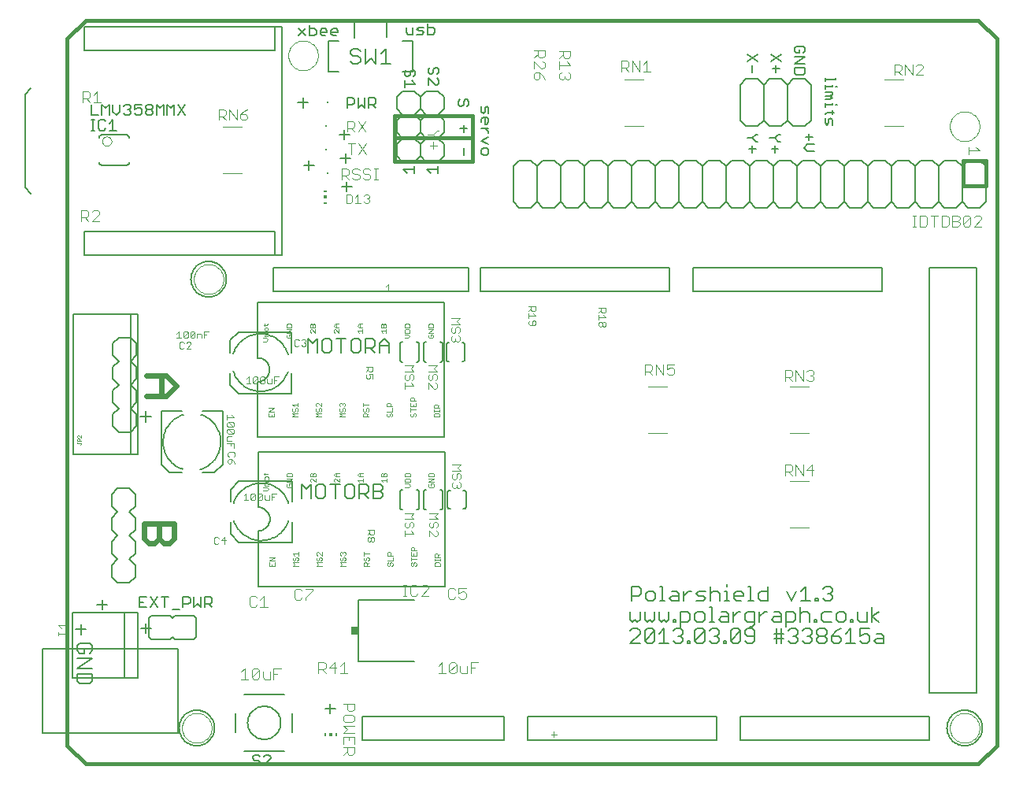
<source format=gto>
G75*
G70*
%OFA0B0*%
%FSLAX24Y24*%
%IPPOS*%
%LPD*%
%AMOC8*
5,1,8,0,0,1.08239X$1,22.5*
%
%ADD10C,0.0030*%
%ADD11C,0.0060*%
%ADD12C,0.0160*%
%ADD13C,0.0040*%
%ADD14C,0.0050*%
%ADD15C,0.0000*%
%ADD16C,0.0230*%
%ADD17R,0.0118X0.0059*%
%ADD18R,0.0118X0.0118*%
%ADD19C,0.0080*%
%ADD20C,0.0020*%
%ADD21R,0.0079X0.0079*%
%ADD22C,0.0010*%
%ADD23R,0.0059X0.0118*%
%ADD24R,0.0300X0.0340*%
D10*
X008196Y010511D02*
X008293Y010511D01*
X008341Y010560D01*
X008442Y010656D02*
X008588Y010801D01*
X008588Y010511D01*
X008636Y010656D02*
X008442Y010656D01*
X008341Y010753D02*
X008293Y010801D01*
X008196Y010801D01*
X008148Y010753D01*
X008148Y010560D01*
X008196Y010511D01*
X009403Y012364D02*
X009596Y012364D01*
X009499Y012364D02*
X009499Y012654D01*
X009403Y012557D01*
X009697Y012605D02*
X009746Y012654D01*
X009842Y012654D01*
X009891Y012605D01*
X009697Y012412D01*
X009746Y012364D01*
X009842Y012364D01*
X009891Y012412D01*
X009891Y012605D01*
X009992Y012605D02*
X010040Y012654D01*
X010137Y012654D01*
X010185Y012605D01*
X009992Y012412D01*
X010040Y012364D01*
X010137Y012364D01*
X010185Y012412D01*
X010185Y012605D01*
X010287Y012557D02*
X010287Y012412D01*
X010335Y012364D01*
X010480Y012364D01*
X010480Y012557D01*
X010581Y012509D02*
X010678Y012509D01*
X010581Y012654D02*
X010775Y012654D01*
X010581Y012654D02*
X010581Y012364D01*
X009992Y012412D02*
X009992Y012605D01*
X009697Y012605D02*
X009697Y012412D01*
X009023Y013908D02*
X008974Y014005D01*
X008878Y014102D01*
X008878Y013957D01*
X008829Y013908D01*
X008781Y013908D01*
X008732Y013957D01*
X008732Y014054D01*
X008781Y014102D01*
X008878Y014102D01*
X008974Y014203D02*
X009023Y014251D01*
X009023Y014348D01*
X008974Y014397D01*
X008781Y014397D01*
X008732Y014348D01*
X008732Y014251D01*
X008781Y014203D01*
X008988Y014588D02*
X008988Y014782D01*
X008698Y014782D01*
X008698Y014883D02*
X008891Y014883D01*
X008843Y014782D02*
X008843Y014685D01*
X008698Y014883D02*
X008698Y015028D01*
X008746Y015077D01*
X008891Y015077D01*
X008939Y015178D02*
X008746Y015371D01*
X008698Y015323D01*
X008698Y015226D01*
X008746Y015178D01*
X008939Y015178D01*
X008988Y015226D01*
X008988Y015323D01*
X008939Y015371D01*
X008746Y015371D01*
X008746Y015472D02*
X008698Y015521D01*
X008698Y015618D01*
X008746Y015666D01*
X008939Y015472D01*
X008746Y015472D01*
X008939Y015472D02*
X008988Y015521D01*
X008988Y015618D01*
X008939Y015666D01*
X008746Y015666D01*
X008698Y015767D02*
X008698Y015961D01*
X008698Y015864D02*
X008988Y015864D01*
X008891Y015961D01*
X009505Y017304D02*
X009698Y017304D01*
X009601Y017304D02*
X009601Y017595D01*
X009505Y017498D01*
X009799Y017546D02*
X009848Y017595D01*
X009945Y017595D01*
X009993Y017546D01*
X009799Y017353D01*
X009848Y017304D01*
X009945Y017304D01*
X009993Y017353D01*
X009993Y017546D01*
X010094Y017546D02*
X010142Y017595D01*
X010239Y017595D01*
X010288Y017546D01*
X010094Y017353D01*
X010142Y017304D01*
X010239Y017304D01*
X010288Y017353D01*
X010288Y017546D01*
X010389Y017498D02*
X010389Y017353D01*
X010437Y017304D01*
X010582Y017304D01*
X010582Y017498D01*
X010683Y017449D02*
X010780Y017449D01*
X010683Y017304D02*
X010683Y017595D01*
X010877Y017595D01*
X010094Y017546D02*
X010094Y017353D01*
X009799Y017353D02*
X009799Y017546D01*
X011545Y018929D02*
X011593Y018880D01*
X011690Y018880D01*
X011738Y018929D01*
X011840Y018929D02*
X011888Y018880D01*
X011985Y018880D01*
X012033Y018929D01*
X012033Y018977D01*
X011985Y019025D01*
X011936Y019025D01*
X011985Y019025D02*
X012033Y019074D01*
X012033Y019122D01*
X011985Y019171D01*
X011888Y019171D01*
X011840Y019122D01*
X011738Y019122D02*
X011690Y019171D01*
X011593Y019171D01*
X011545Y019122D01*
X011545Y018929D01*
X014567Y018001D02*
X014858Y018001D01*
X014858Y017856D01*
X014809Y017808D01*
X014713Y017808D01*
X014664Y017856D01*
X014664Y018001D01*
X014664Y017904D02*
X014567Y017808D01*
X014616Y017706D02*
X014567Y017658D01*
X014567Y017561D01*
X014616Y017513D01*
X014713Y017513D01*
X014761Y017561D01*
X014761Y017610D01*
X014713Y017706D01*
X014858Y017706D01*
X014858Y017513D01*
X016221Y017506D02*
X016221Y017630D01*
X016283Y017691D01*
X016221Y017813D02*
X016592Y017813D01*
X016468Y017936D01*
X016592Y018060D01*
X016221Y018060D01*
X016468Y017691D02*
X016406Y017630D01*
X016406Y017506D01*
X016345Y017445D01*
X016283Y017445D01*
X016221Y017506D01*
X016221Y017323D02*
X016221Y017076D01*
X016221Y017200D02*
X016592Y017200D01*
X016468Y017323D01*
X016530Y017445D02*
X016592Y017506D01*
X016592Y017630D01*
X016530Y017691D01*
X016468Y017691D01*
X017206Y017630D02*
X017267Y017691D01*
X017206Y017630D02*
X017206Y017506D01*
X017267Y017445D01*
X017329Y017445D01*
X017391Y017506D01*
X017391Y017630D01*
X017452Y017691D01*
X017514Y017691D01*
X017576Y017630D01*
X017576Y017506D01*
X017514Y017445D01*
X017514Y017323D02*
X017576Y017261D01*
X017576Y017138D01*
X017514Y017076D01*
X017452Y017076D01*
X017206Y017323D01*
X017206Y017076D01*
X017206Y017813D02*
X017576Y017813D01*
X017452Y017936D01*
X017576Y018060D01*
X017206Y018060D01*
X018241Y019076D02*
X018179Y019138D01*
X018179Y019261D01*
X018241Y019323D01*
X018241Y019445D02*
X018179Y019506D01*
X018179Y019630D01*
X018241Y019691D01*
X018179Y019813D02*
X018549Y019813D01*
X018426Y019936D01*
X018549Y020060D01*
X018179Y020060D01*
X018426Y019691D02*
X018364Y019630D01*
X018364Y019506D01*
X018303Y019445D01*
X018241Y019445D01*
X018488Y019445D02*
X018549Y019506D01*
X018549Y019630D01*
X018488Y019691D01*
X018426Y019691D01*
X018488Y019323D02*
X018549Y019261D01*
X018549Y019138D01*
X018488Y019076D01*
X018426Y019076D01*
X018364Y019138D01*
X018303Y019076D01*
X018241Y019076D01*
X018364Y019138D02*
X018364Y019200D01*
X015623Y021204D02*
X015430Y021204D01*
X015527Y021204D02*
X015527Y021495D01*
X015430Y021398D01*
X021463Y020557D02*
X021753Y020557D01*
X021753Y020411D01*
X021705Y020363D01*
X021608Y020363D01*
X021560Y020411D01*
X021560Y020557D01*
X021560Y020460D02*
X021463Y020363D01*
X021463Y020262D02*
X021463Y020068D01*
X021463Y020165D02*
X021753Y020165D01*
X021657Y020262D01*
X021657Y019967D02*
X021608Y019919D01*
X021608Y019774D01*
X021512Y019774D02*
X021705Y019774D01*
X021753Y019822D01*
X021753Y019919D01*
X021705Y019967D01*
X021657Y019967D01*
X021512Y019967D02*
X021463Y019919D01*
X021463Y019822D01*
X021512Y019774D01*
X024430Y019765D02*
X024430Y019862D01*
X024478Y019910D01*
X024527Y019910D01*
X024575Y019862D01*
X024575Y019765D01*
X024527Y019717D01*
X024478Y019717D01*
X024430Y019765D01*
X024575Y019765D02*
X024623Y019717D01*
X024672Y019717D01*
X024720Y019765D01*
X024720Y019862D01*
X024672Y019910D01*
X024623Y019910D01*
X024575Y019862D01*
X024430Y020011D02*
X024430Y020205D01*
X024430Y020108D02*
X024720Y020108D01*
X024623Y020205D01*
X024575Y020306D02*
X024527Y020354D01*
X024527Y020499D01*
X024527Y020403D02*
X024430Y020306D01*
X024575Y020306D02*
X024672Y020306D01*
X024720Y020354D01*
X024720Y020499D01*
X024430Y020499D01*
X018589Y013861D02*
X018465Y013737D01*
X018589Y013614D01*
X018219Y013614D01*
X018280Y013492D02*
X018219Y013431D01*
X018219Y013307D01*
X018280Y013245D01*
X018342Y013245D01*
X018404Y013307D01*
X018404Y013431D01*
X018465Y013492D01*
X018527Y013492D01*
X018589Y013431D01*
X018589Y013307D01*
X018527Y013245D01*
X018527Y013124D02*
X018589Y013062D01*
X018589Y012939D01*
X018527Y012877D01*
X018465Y012877D01*
X018404Y012939D01*
X018342Y012877D01*
X018280Y012877D01*
X018219Y012939D01*
X018219Y013062D01*
X018280Y013124D01*
X018404Y013000D02*
X018404Y012939D01*
X018219Y013861D02*
X018589Y013861D01*
X017615Y011811D02*
X017245Y011811D01*
X017245Y011564D02*
X017615Y011564D01*
X017492Y011687D01*
X017615Y011811D01*
X017554Y011442D02*
X017492Y011442D01*
X017430Y011381D01*
X017430Y011257D01*
X017368Y011195D01*
X017307Y011195D01*
X017245Y011257D01*
X017245Y011381D01*
X017307Y011442D01*
X017554Y011442D02*
X017615Y011381D01*
X017615Y011257D01*
X017554Y011195D01*
X017554Y011074D02*
X017615Y011012D01*
X017615Y010889D01*
X017554Y010827D01*
X017492Y010827D01*
X017245Y011074D01*
X017245Y010827D01*
X016592Y010950D02*
X016468Y011074D01*
X016530Y011195D02*
X016592Y011257D01*
X016592Y011381D01*
X016530Y011442D01*
X016468Y011442D01*
X016406Y011381D01*
X016406Y011257D01*
X016345Y011195D01*
X016283Y011195D01*
X016221Y011257D01*
X016221Y011381D01*
X016283Y011442D01*
X016221Y011564D02*
X016592Y011564D01*
X016468Y011687D01*
X016592Y011811D01*
X016221Y011811D01*
X016221Y011074D02*
X016221Y010827D01*
X016221Y010950D02*
X016592Y010950D01*
X014927Y010945D02*
X014878Y010897D01*
X014782Y010897D01*
X014733Y010945D01*
X014733Y011090D01*
X014733Y010994D02*
X014636Y010897D01*
X014685Y010796D02*
X014733Y010796D01*
X014782Y010747D01*
X014782Y010651D01*
X014733Y010602D01*
X014685Y010602D01*
X014636Y010651D01*
X014636Y010747D01*
X014685Y010796D01*
X014782Y010747D02*
X014830Y010796D01*
X014878Y010796D01*
X014927Y010747D01*
X014927Y010651D01*
X014878Y010602D01*
X014830Y010602D01*
X014782Y010651D01*
X014927Y010945D02*
X014927Y011090D01*
X014636Y011090D01*
X007163Y018774D02*
X006969Y018774D01*
X007163Y018967D01*
X007163Y019015D01*
X007114Y019064D01*
X007017Y019064D01*
X006969Y019015D01*
X006868Y019015D02*
X006820Y019064D01*
X006723Y019064D01*
X006674Y019015D01*
X006674Y018822D01*
X006723Y018774D01*
X006820Y018774D01*
X006868Y018822D01*
X006892Y019224D02*
X006844Y019272D01*
X007038Y019465D01*
X007038Y019272D01*
X006989Y019224D01*
X006892Y019224D01*
X006844Y019272D02*
X006844Y019465D01*
X006892Y019514D01*
X006989Y019514D01*
X007038Y019465D01*
X007139Y019465D02*
X007187Y019514D01*
X007284Y019514D01*
X007332Y019465D01*
X007139Y019272D01*
X007187Y019224D01*
X007284Y019224D01*
X007332Y019272D01*
X007332Y019465D01*
X007433Y019417D02*
X007579Y019417D01*
X007627Y019369D01*
X007627Y019224D01*
X007728Y019224D02*
X007728Y019514D01*
X007921Y019514D01*
X007825Y019369D02*
X007728Y019369D01*
X007433Y019417D02*
X007433Y019224D01*
X007139Y019272D02*
X007139Y019465D01*
X006743Y019224D02*
X006549Y019224D01*
X006646Y019224D02*
X006646Y019514D01*
X006549Y019417D01*
X022527Y002576D02*
X022527Y002329D01*
X022404Y002453D02*
X022651Y002453D01*
D11*
X017912Y008717D02*
X010012Y008717D01*
X010012Y011067D01*
X010056Y011069D01*
X010099Y011075D01*
X010141Y011084D01*
X010183Y011097D01*
X010223Y011114D01*
X010262Y011134D01*
X010299Y011157D01*
X010333Y011184D01*
X010366Y011213D01*
X010395Y011246D01*
X010422Y011280D01*
X010445Y011317D01*
X010465Y011356D01*
X010482Y011396D01*
X010495Y011438D01*
X010504Y011480D01*
X010510Y011523D01*
X010512Y011567D01*
X010510Y011611D01*
X010504Y011654D01*
X010495Y011696D01*
X010482Y011738D01*
X010465Y011778D01*
X010445Y011817D01*
X010422Y011854D01*
X010395Y011888D01*
X010366Y011921D01*
X010333Y011950D01*
X010299Y011977D01*
X010262Y012000D01*
X010223Y012020D01*
X010183Y012037D01*
X010141Y012050D01*
X010099Y012059D01*
X010056Y012065D01*
X010012Y012067D01*
X010012Y014417D01*
X017912Y014417D01*
X017912Y008717D01*
X013058Y003753D02*
X013058Y003326D01*
X012845Y003540D02*
X013272Y003540D01*
X007386Y006579D02*
X007386Y007379D01*
X007286Y007479D01*
X006486Y007479D01*
X006386Y007379D01*
X006286Y007479D01*
X005486Y007479D01*
X005386Y007379D01*
X005386Y006579D01*
X005486Y006479D01*
X006286Y006479D01*
X006386Y006579D01*
X006486Y006479D01*
X007286Y006479D01*
X007386Y006579D01*
X005472Y006940D02*
X005045Y006940D01*
X005258Y007153D02*
X005258Y006726D01*
X003622Y007940D02*
X003195Y007940D01*
X003408Y008153D02*
X003408Y007726D01*
X002722Y006890D02*
X002295Y006890D01*
X002508Y007103D02*
X002508Y006676D01*
X002452Y006309D02*
X002345Y006203D01*
X002345Y005989D01*
X002452Y005882D01*
X002665Y005882D01*
X002665Y006096D01*
X002879Y006309D02*
X002452Y006309D01*
X002879Y006309D02*
X002985Y006203D01*
X002985Y005989D01*
X002879Y005882D01*
X002985Y005665D02*
X002345Y005665D01*
X002345Y005238D02*
X002985Y005238D01*
X002985Y005020D02*
X002985Y004700D01*
X002879Y004593D01*
X002452Y004593D01*
X002345Y004700D01*
X002345Y005020D01*
X002985Y005020D01*
X002985Y005665D02*
X002345Y005238D01*
X009993Y015036D02*
X017893Y015036D01*
X017893Y020736D01*
X009993Y020736D01*
X009993Y018386D01*
X010037Y018384D01*
X010080Y018378D01*
X010122Y018369D01*
X010164Y018356D01*
X010204Y018339D01*
X010243Y018319D01*
X010280Y018296D01*
X010314Y018269D01*
X010347Y018240D01*
X010376Y018207D01*
X010403Y018173D01*
X010426Y018136D01*
X010446Y018097D01*
X010463Y018057D01*
X010476Y018015D01*
X010485Y017973D01*
X010491Y017930D01*
X010493Y017886D01*
X010491Y017842D01*
X010485Y017799D01*
X010476Y017757D01*
X010463Y017715D01*
X010446Y017675D01*
X010426Y017636D01*
X010403Y017599D01*
X010376Y017565D01*
X010347Y017532D01*
X010314Y017503D01*
X010280Y017476D01*
X010243Y017453D01*
X010204Y017433D01*
X010164Y017416D01*
X010122Y017403D01*
X010080Y017394D01*
X010037Y017388D01*
X009993Y017386D01*
X009993Y015036D01*
X005474Y015891D02*
X005007Y015891D01*
X005241Y016125D02*
X005241Y015658D01*
X013758Y025426D02*
X013758Y025853D01*
X013545Y025640D02*
X013972Y025640D01*
X013708Y026626D02*
X013708Y027053D01*
X013495Y026840D02*
X013922Y026840D01*
X013658Y027626D02*
X013658Y028053D01*
X013445Y027840D02*
X013872Y027840D01*
X013773Y028962D02*
X013773Y029403D01*
X013993Y029403D01*
X014067Y029329D01*
X014067Y029182D01*
X013993Y029109D01*
X013773Y029109D01*
X014234Y028962D02*
X014380Y029109D01*
X014527Y028962D01*
X014527Y029403D01*
X014694Y029403D02*
X014914Y029403D01*
X014988Y029329D01*
X014988Y029182D01*
X014914Y029109D01*
X014694Y029109D01*
X014841Y029109D02*
X014988Y028962D01*
X014694Y028962D02*
X014694Y029403D01*
X014234Y029403D02*
X014234Y028962D01*
X015881Y028936D02*
X015881Y029436D01*
X016131Y029686D01*
X016631Y029686D01*
X016881Y029436D01*
X016881Y028936D01*
X016631Y028686D01*
X016881Y028436D01*
X016881Y027936D01*
X016631Y027686D01*
X016881Y027436D01*
X016881Y026936D01*
X016631Y026686D01*
X016131Y026686D01*
X015881Y026936D01*
X015881Y027436D01*
X016131Y027686D01*
X015881Y027936D01*
X015881Y028436D01*
X016131Y028686D01*
X015881Y028936D01*
X016215Y029833D02*
X016215Y030126D01*
X016215Y029980D02*
X016656Y029980D01*
X016509Y030126D01*
X016582Y030293D02*
X016656Y030367D01*
X016656Y030513D01*
X016582Y030587D01*
X016509Y030587D01*
X016436Y030513D01*
X016436Y030367D01*
X016362Y030293D01*
X016289Y030293D01*
X016215Y030367D01*
X016215Y030513D01*
X016289Y030587D01*
X015629Y030843D02*
X015202Y030843D01*
X015415Y030843D02*
X015415Y031483D01*
X015202Y031270D01*
X014984Y031483D02*
X014984Y030843D01*
X014771Y031056D01*
X014557Y030843D01*
X014557Y031483D01*
X014340Y031377D02*
X014233Y031483D01*
X014019Y031483D01*
X013913Y031377D01*
X013913Y031270D01*
X014019Y031163D01*
X014233Y031163D01*
X014340Y031056D01*
X014340Y030950D01*
X014233Y030843D01*
X014019Y030843D01*
X013913Y030950D01*
X013319Y032035D02*
X013172Y032035D01*
X013098Y032108D01*
X013098Y032255D01*
X013172Y032328D01*
X013319Y032328D01*
X013392Y032255D01*
X013392Y032181D01*
X013098Y032181D01*
X012932Y032181D02*
X012638Y032181D01*
X012638Y032108D02*
X012638Y032255D01*
X012711Y032328D01*
X012858Y032328D01*
X012932Y032255D01*
X012932Y032181D01*
X012858Y032035D02*
X012711Y032035D01*
X012638Y032108D01*
X012471Y032108D02*
X012398Y032035D01*
X012178Y032035D01*
X012178Y032475D01*
X012178Y032328D02*
X012398Y032328D01*
X012471Y032255D01*
X012471Y032108D01*
X012011Y032035D02*
X011717Y032328D01*
X011717Y032035D02*
X012011Y032328D01*
X011908Y029403D02*
X011908Y028976D01*
X011695Y029190D02*
X012122Y029190D01*
X012158Y026753D02*
X012158Y026326D01*
X012158Y026753D01*
X011945Y026540D02*
X012372Y026540D01*
X011945Y026540D01*
X016881Y026936D02*
X017131Y026686D01*
X017631Y026686D01*
X017881Y026936D01*
X017881Y027436D01*
X017631Y027686D01*
X017881Y027936D01*
X017881Y028436D01*
X017631Y028686D01*
X017881Y028936D01*
X017881Y029436D01*
X017631Y029686D01*
X017131Y029686D01*
X016881Y029436D01*
X016881Y028936D01*
X017131Y028686D01*
X016881Y028436D01*
X016881Y027936D01*
X017131Y027686D01*
X016881Y027436D01*
X016881Y026936D01*
X018704Y026972D02*
X018704Y027266D01*
X018704Y027946D02*
X018704Y028239D01*
X018851Y028092D02*
X018557Y028092D01*
X019460Y028116D02*
X019754Y028116D01*
X019607Y028116D02*
X019754Y027969D01*
X019754Y027896D01*
X019754Y027733D02*
X019460Y027586D01*
X019754Y027439D01*
X019680Y027272D02*
X019534Y027272D01*
X019460Y027199D01*
X019460Y027052D01*
X019534Y026979D01*
X019680Y026979D01*
X019754Y027052D01*
X019754Y027199D01*
X019680Y027272D01*
X019680Y028283D02*
X019607Y028283D01*
X019607Y028576D01*
X019534Y028576D02*
X019680Y028576D01*
X019754Y028503D01*
X019754Y028356D01*
X019680Y028283D01*
X019460Y028356D02*
X019460Y028503D01*
X019534Y028576D01*
X019534Y028743D02*
X019607Y028817D01*
X019607Y028963D01*
X019680Y029037D01*
X019754Y028963D01*
X019754Y028743D01*
X019534Y028743D02*
X019460Y028817D01*
X019460Y029037D01*
X018924Y029103D02*
X018851Y029030D01*
X018924Y029103D02*
X018924Y029250D01*
X018851Y029323D01*
X018778Y029323D01*
X018704Y029250D01*
X018704Y029103D01*
X018631Y029030D01*
X018557Y029030D01*
X018484Y029103D01*
X018484Y029250D01*
X018557Y029323D01*
X017651Y030006D02*
X017651Y030153D01*
X017577Y030226D01*
X017577Y030393D02*
X017651Y030467D01*
X017651Y030613D01*
X017577Y030687D01*
X017504Y030687D01*
X017430Y030613D01*
X017430Y030467D01*
X017357Y030393D01*
X017284Y030393D01*
X017210Y030467D01*
X017210Y030613D01*
X017284Y030687D01*
X017210Y030226D02*
X017504Y029933D01*
X017577Y029933D01*
X017651Y030006D01*
X017210Y029933D02*
X017210Y030226D01*
X017188Y032085D02*
X017408Y032085D01*
X017482Y032158D01*
X017482Y032305D01*
X017408Y032378D01*
X017188Y032378D01*
X017188Y032525D02*
X017188Y032085D01*
X017021Y032158D02*
X016948Y032231D01*
X016801Y032231D01*
X016728Y032305D01*
X016801Y032378D01*
X017021Y032378D01*
X017021Y032158D02*
X016948Y032085D01*
X016728Y032085D01*
X016561Y032085D02*
X016561Y032378D01*
X016561Y032085D02*
X016341Y032085D01*
X016267Y032158D01*
X016267Y032378D01*
X021052Y026747D02*
X021552Y026747D01*
X021802Y026497D01*
X021802Y024997D01*
X021552Y024747D01*
X021052Y024747D01*
X020802Y024997D01*
X020802Y026497D01*
X021052Y026747D01*
X021802Y026497D02*
X022052Y026747D01*
X022552Y026747D01*
X022802Y026497D01*
X022802Y024997D01*
X022552Y024747D01*
X022052Y024747D01*
X021802Y024997D01*
X022802Y024997D02*
X023052Y024747D01*
X023552Y024747D01*
X023802Y024997D01*
X023802Y026497D01*
X024052Y026747D01*
X024552Y026747D01*
X024802Y026497D01*
X024802Y024997D01*
X024552Y024747D01*
X024052Y024747D01*
X023802Y024997D01*
X024802Y024997D02*
X025052Y024747D01*
X025552Y024747D01*
X025802Y024997D01*
X025802Y026497D01*
X026052Y026747D01*
X026552Y026747D01*
X026802Y026497D01*
X026802Y024997D01*
X026552Y024747D01*
X026052Y024747D01*
X025802Y024997D01*
X026802Y024997D02*
X027052Y024747D01*
X027552Y024747D01*
X027802Y024997D01*
X027802Y026497D01*
X028052Y026747D01*
X028552Y026747D01*
X028802Y026497D01*
X028802Y024997D01*
X028552Y024747D01*
X028052Y024747D01*
X027802Y024997D01*
X028802Y024997D02*
X029052Y024747D01*
X029552Y024747D01*
X029802Y024997D01*
X029802Y026497D01*
X030052Y026747D01*
X030552Y026747D01*
X030802Y026497D01*
X030802Y024997D01*
X030552Y024747D01*
X030052Y024747D01*
X029802Y024997D01*
X030802Y024997D02*
X031052Y024747D01*
X031552Y024747D01*
X031802Y024997D01*
X031802Y026497D01*
X032052Y026747D01*
X032552Y026747D01*
X032802Y026497D01*
X032802Y024997D01*
X032552Y024747D01*
X032052Y024747D01*
X031802Y024997D01*
X032802Y024997D02*
X033052Y024747D01*
X033552Y024747D01*
X033802Y024997D01*
X033802Y026497D01*
X034052Y026747D01*
X034552Y026747D01*
X034802Y026497D01*
X034802Y024997D01*
X034552Y024747D01*
X034052Y024747D01*
X033802Y024997D01*
X034802Y024997D02*
X035052Y024747D01*
X035552Y024747D01*
X035802Y024997D01*
X035802Y026497D01*
X035552Y026747D01*
X035052Y026747D01*
X034802Y026497D01*
X033802Y026497D02*
X033552Y026747D01*
X033052Y026747D01*
X032802Y026497D01*
X033257Y027133D02*
X033551Y027133D01*
X033551Y027426D02*
X033257Y027426D01*
X033110Y027280D01*
X033257Y027133D01*
X033330Y027593D02*
X033330Y027887D01*
X033477Y027740D02*
X033184Y027740D01*
X033165Y028189D02*
X032665Y028189D01*
X032415Y028439D01*
X032415Y029939D01*
X032665Y030189D01*
X033165Y030189D01*
X033415Y029939D01*
X033415Y028439D01*
X033165Y028189D01*
X032415Y028439D02*
X032165Y028189D01*
X031665Y028189D01*
X031415Y028439D01*
X031415Y029939D01*
X031665Y030189D01*
X032165Y030189D01*
X032415Y029939D01*
X032784Y030373D02*
X033077Y030373D01*
X033151Y030446D01*
X033151Y030666D01*
X032710Y030666D01*
X032710Y030446D01*
X032784Y030373D01*
X032710Y030833D02*
X033151Y030833D01*
X033151Y031126D02*
X032710Y031126D01*
X032784Y031293D02*
X032930Y031293D01*
X032930Y031440D01*
X032784Y031293D02*
X032710Y031367D01*
X032710Y031513D01*
X032784Y031587D01*
X033077Y031587D01*
X033151Y031513D01*
X033151Y031367D01*
X033077Y031293D01*
X033151Y031126D02*
X032710Y030833D01*
X032151Y030943D02*
X031710Y031237D01*
X031710Y030943D02*
X032151Y031237D01*
X031930Y030776D02*
X031930Y030483D01*
X032077Y030630D02*
X031784Y030630D01*
X031165Y030189D02*
X031415Y029939D01*
X031165Y030189D02*
X030665Y030189D01*
X030415Y029939D01*
X030415Y028439D01*
X030665Y028189D01*
X031165Y028189D01*
X031415Y028439D01*
X031151Y027837D02*
X031077Y027837D01*
X030930Y027690D01*
X030710Y027690D01*
X030930Y027690D02*
X031077Y027543D01*
X031151Y027543D01*
X030930Y027376D02*
X030930Y027083D01*
X031077Y027230D02*
X030784Y027230D01*
X031052Y026747D02*
X031552Y026747D01*
X031802Y026497D01*
X031880Y027083D02*
X031880Y027376D01*
X031734Y027230D02*
X032027Y027230D01*
X032027Y027543D02*
X031880Y027690D01*
X031660Y027690D01*
X031880Y027690D02*
X032027Y027837D01*
X032101Y027837D01*
X032101Y027543D02*
X032027Y027543D01*
X031052Y026747D02*
X030802Y026497D01*
X029802Y026497D02*
X029552Y026747D01*
X029052Y026747D01*
X028802Y026497D01*
X027802Y026497D02*
X027552Y026747D01*
X027052Y026747D01*
X026802Y026497D01*
X025802Y026497D02*
X025552Y026747D01*
X025052Y026747D01*
X024802Y026497D01*
X023802Y026497D02*
X023552Y026747D01*
X023052Y026747D01*
X022802Y026497D01*
X030710Y030943D02*
X031151Y031237D01*
X031151Y030943D02*
X030710Y031237D01*
X030930Y030776D02*
X030930Y030483D01*
X034010Y030237D02*
X034010Y030090D01*
X034010Y030163D02*
X034451Y030163D01*
X034451Y030237D01*
X034304Y029930D02*
X034304Y029857D01*
X034010Y029857D01*
X034010Y029930D02*
X034010Y029783D01*
X034010Y029623D02*
X034304Y029623D01*
X034304Y029550D01*
X034230Y029476D01*
X034304Y029403D01*
X034230Y029329D01*
X034010Y029329D01*
X034010Y029476D02*
X034230Y029476D01*
X034304Y029163D02*
X034304Y029089D01*
X034010Y029089D01*
X034010Y029016D02*
X034010Y029163D01*
X034084Y028782D02*
X034010Y028709D01*
X034084Y028782D02*
X034377Y028782D01*
X034304Y028856D02*
X034304Y028709D01*
X034230Y028549D02*
X034304Y028476D01*
X034304Y028255D01*
X034157Y028329D02*
X034157Y028476D01*
X034230Y028549D01*
X034010Y028549D02*
X034010Y028329D01*
X034084Y028255D01*
X034157Y028329D01*
X034451Y029089D02*
X034524Y029089D01*
X034524Y029857D02*
X034451Y029857D01*
X036052Y026747D02*
X035802Y026497D01*
X036052Y026747D02*
X036552Y026747D01*
X036802Y026497D01*
X036802Y024997D01*
X036552Y024747D01*
X036052Y024747D01*
X035802Y024997D01*
X036802Y024997D02*
X037052Y024747D01*
X037552Y024747D01*
X037802Y024997D01*
X037802Y026497D01*
X037552Y026747D01*
X037052Y026747D01*
X036802Y026497D01*
X037802Y026497D02*
X038052Y026747D01*
X038552Y026747D01*
X038802Y026497D01*
X038802Y024997D01*
X038552Y024747D01*
X038052Y024747D01*
X037802Y024997D01*
X038802Y024997D02*
X039052Y024747D01*
X039552Y024747D01*
X039802Y024997D01*
X039802Y026497D01*
X039552Y026747D01*
X039052Y026747D01*
X038802Y026497D01*
X039802Y026497D02*
X040052Y026747D01*
X040552Y026747D01*
X040802Y026497D01*
X040802Y024997D01*
X040552Y024747D01*
X040052Y024747D01*
X039802Y024997D01*
X004426Y026550D02*
X003403Y026550D01*
X003383Y026552D01*
X003363Y026556D01*
X003345Y026564D01*
X003328Y026574D01*
X003312Y026587D01*
X003299Y026603D01*
X003289Y026620D01*
X003281Y026638D01*
X003277Y026658D01*
X003275Y026678D01*
X004426Y026550D02*
X004446Y026552D01*
X004466Y026556D01*
X004484Y026564D01*
X004501Y026574D01*
X004517Y026587D01*
X004530Y026603D01*
X004540Y026620D01*
X004548Y026638D01*
X004552Y026658D01*
X004554Y026678D01*
X004554Y027701D02*
X004552Y027721D01*
X004548Y027741D01*
X004540Y027759D01*
X004530Y027776D01*
X004517Y027792D01*
X004501Y027805D01*
X004484Y027815D01*
X004466Y027823D01*
X004446Y027827D01*
X004426Y027829D01*
X003403Y027829D01*
X003383Y027827D01*
X003363Y027823D01*
X003345Y027815D01*
X003328Y027805D01*
X003312Y027792D01*
X003299Y027776D01*
X003289Y027759D01*
X003281Y027741D01*
X003277Y027721D01*
X003275Y027701D01*
D12*
X001915Y001977D02*
X002702Y001189D01*
X040498Y001189D01*
X041285Y001977D01*
X041285Y031898D01*
X040498Y032685D01*
X002702Y032685D01*
X001915Y031898D01*
X001915Y001977D01*
X015770Y026716D02*
X015770Y027700D01*
X015770Y028645D01*
X019073Y028645D01*
X019073Y027700D01*
X019073Y026716D01*
X015770Y026716D01*
X015770Y027700D02*
X019073Y027700D01*
X039835Y026751D02*
X039835Y025667D01*
X040819Y025667D01*
X040819Y026751D01*
X039835Y026751D01*
D13*
X040091Y027007D02*
X040091Y027314D01*
X040091Y027161D02*
X040551Y027161D01*
X040398Y027314D01*
X037328Y028215D02*
X036502Y028215D01*
X036502Y030164D02*
X037328Y030164D01*
X037395Y030359D02*
X037395Y030820D01*
X037702Y030359D01*
X037702Y030820D01*
X037856Y030743D02*
X037932Y030820D01*
X038086Y030820D01*
X038163Y030743D01*
X038163Y030666D01*
X037856Y030359D01*
X038163Y030359D01*
X037242Y030359D02*
X037088Y030513D01*
X037165Y030513D02*
X036935Y030513D01*
X036935Y030359D02*
X036935Y030820D01*
X037165Y030820D01*
X037242Y030743D01*
X037242Y030589D01*
X037165Y030513D01*
X037707Y024415D02*
X037860Y024415D01*
X037783Y024415D02*
X037783Y023955D01*
X037707Y023955D02*
X037860Y023955D01*
X038014Y023955D02*
X038244Y023955D01*
X038320Y024031D01*
X038320Y024338D01*
X038244Y024415D01*
X038014Y024415D01*
X038014Y023955D01*
X038627Y023955D02*
X038627Y024415D01*
X038474Y024415D02*
X038781Y024415D01*
X038934Y024415D02*
X039164Y024415D01*
X039241Y024338D01*
X039241Y024031D01*
X039164Y023955D01*
X038934Y023955D01*
X038934Y024415D01*
X039395Y024415D02*
X039625Y024415D01*
X039701Y024338D01*
X039701Y024261D01*
X039625Y024185D01*
X039395Y024185D01*
X039625Y024185D02*
X039701Y024108D01*
X039701Y024031D01*
X039625Y023955D01*
X039395Y023955D01*
X039395Y024415D01*
X039855Y024338D02*
X039932Y024415D01*
X040085Y024415D01*
X040162Y024338D01*
X039855Y024031D01*
X039932Y023955D01*
X040085Y023955D01*
X040162Y024031D01*
X040162Y024338D01*
X040315Y024338D02*
X040392Y024415D01*
X040545Y024415D01*
X040622Y024338D01*
X040622Y024261D01*
X040315Y023955D01*
X040622Y023955D01*
X039855Y024031D02*
X039855Y024338D01*
X033455Y017870D02*
X033531Y017793D01*
X033531Y017716D01*
X033455Y017639D01*
X033531Y017563D01*
X033531Y017486D01*
X033455Y017409D01*
X033301Y017409D01*
X033225Y017486D01*
X033071Y017409D02*
X033071Y017870D01*
X033225Y017793D02*
X033301Y017870D01*
X033455Y017870D01*
X033455Y017639D02*
X033378Y017639D01*
X033071Y017409D02*
X032764Y017870D01*
X032764Y017409D01*
X032611Y017409D02*
X032457Y017563D01*
X032534Y017563D02*
X032304Y017563D01*
X032304Y017409D02*
X032304Y017870D01*
X032534Y017870D01*
X032611Y017793D01*
X032611Y017639D01*
X032534Y017563D01*
X032502Y017164D02*
X033328Y017164D01*
X033328Y015215D02*
X032502Y015215D01*
X032534Y013870D02*
X032304Y013870D01*
X032304Y013409D01*
X032304Y013563D02*
X032534Y013563D01*
X032611Y013639D01*
X032611Y013793D01*
X032534Y013870D01*
X032764Y013870D02*
X033071Y013409D01*
X033071Y013870D01*
X033225Y013639D02*
X033531Y013639D01*
X033455Y013409D02*
X033455Y013870D01*
X033225Y013639D01*
X033328Y013164D02*
X032502Y013164D01*
X032611Y013409D02*
X032457Y013563D01*
X032764Y013409D02*
X032764Y013870D01*
X032502Y011215D02*
X033328Y011215D01*
X027328Y015215D02*
X026502Y015215D01*
X026502Y017164D02*
X027328Y017164D01*
X027382Y017659D02*
X027306Y017736D01*
X027382Y017659D02*
X027536Y017659D01*
X027613Y017736D01*
X027613Y017889D01*
X027536Y017966D01*
X027459Y017966D01*
X027306Y017889D01*
X027306Y018120D01*
X027613Y018120D01*
X027152Y018120D02*
X027152Y017659D01*
X026845Y018120D01*
X026845Y017659D01*
X026692Y017659D02*
X026538Y017813D01*
X026615Y017813D02*
X026385Y017813D01*
X026385Y017659D02*
X026385Y018120D01*
X026615Y018120D01*
X026692Y018043D01*
X026692Y017889D01*
X026615Y017813D01*
X017217Y008704D02*
X017140Y008780D01*
X016987Y008780D01*
X016910Y008704D01*
X016757Y008704D02*
X016680Y008780D01*
X016526Y008780D01*
X016450Y008704D01*
X016450Y008397D01*
X016526Y008320D01*
X016680Y008320D01*
X016757Y008397D01*
X016910Y008320D02*
X017217Y008627D01*
X017217Y008704D01*
X017217Y008320D02*
X016910Y008320D01*
X016296Y008320D02*
X016143Y008320D01*
X016220Y008320D02*
X016220Y008780D01*
X016296Y008780D02*
X016143Y008780D01*
X018039Y008568D02*
X018039Y008261D01*
X018116Y008184D01*
X018270Y008184D01*
X018346Y008261D01*
X018500Y008261D02*
X018576Y008184D01*
X018730Y008184D01*
X018807Y008261D01*
X018807Y008414D01*
X018730Y008491D01*
X018653Y008491D01*
X018500Y008414D01*
X018500Y008644D01*
X018807Y008644D01*
X018346Y008568D02*
X018270Y008644D01*
X018116Y008644D01*
X018039Y008568D01*
X018171Y005494D02*
X018094Y005418D01*
X018094Y005111D01*
X018401Y005418D01*
X018401Y005111D01*
X018324Y005034D01*
X018171Y005034D01*
X018094Y005111D01*
X017940Y005034D02*
X017634Y005034D01*
X017787Y005034D02*
X017787Y005494D01*
X017634Y005341D01*
X018171Y005494D02*
X018324Y005494D01*
X018401Y005418D01*
X018554Y005341D02*
X018554Y005111D01*
X018631Y005034D01*
X018861Y005034D01*
X018861Y005341D01*
X019015Y005264D02*
X019168Y005264D01*
X019015Y005034D02*
X019015Y005494D01*
X019322Y005494D01*
X014077Y003733D02*
X014077Y003503D01*
X014000Y003427D01*
X013847Y003427D01*
X013770Y003503D01*
X013770Y003733D01*
X013616Y003733D02*
X014077Y003733D01*
X014000Y003273D02*
X013693Y003273D01*
X013616Y003196D01*
X013616Y003043D01*
X013693Y002966D01*
X014000Y002966D01*
X014077Y003043D01*
X014077Y003196D01*
X014000Y003273D01*
X014077Y002813D02*
X013616Y002813D01*
X013770Y002659D01*
X013616Y002506D01*
X014077Y002506D01*
X014077Y002352D02*
X013616Y002352D01*
X013616Y002046D01*
X013616Y001892D02*
X014077Y001892D01*
X014077Y001662D01*
X014000Y001585D01*
X013847Y001585D01*
X013770Y001662D01*
X013770Y001892D01*
X013770Y001739D02*
X013616Y001585D01*
X014077Y002046D02*
X014077Y002352D01*
X013847Y002352D02*
X013847Y002199D01*
X010662Y004786D02*
X010662Y005246D01*
X010969Y005246D01*
X010815Y005016D02*
X010662Y005016D01*
X010508Y005093D02*
X010508Y004786D01*
X010278Y004786D01*
X010202Y004862D01*
X010202Y005093D01*
X010048Y005169D02*
X009741Y004862D01*
X009818Y004786D01*
X009971Y004786D01*
X010048Y004862D01*
X010048Y005169D01*
X009971Y005246D01*
X009818Y005246D01*
X009741Y005169D01*
X009741Y004862D01*
X009588Y004786D02*
X009281Y004786D01*
X009434Y004786D02*
X009434Y005246D01*
X009281Y005093D01*
X012563Y005045D02*
X012563Y005505D01*
X012793Y005505D01*
X012870Y005428D01*
X012870Y005275D01*
X012793Y005198D01*
X012563Y005198D01*
X012717Y005198D02*
X012870Y005045D01*
X013024Y005275D02*
X013331Y005275D01*
X013484Y005352D02*
X013637Y005505D01*
X013637Y005045D01*
X013484Y005045D02*
X013791Y005045D01*
X013254Y005045D02*
X013254Y005505D01*
X013024Y005275D01*
X010404Y007846D02*
X010097Y007846D01*
X010250Y007846D02*
X010250Y008307D01*
X010097Y008153D01*
X009944Y008230D02*
X009867Y008307D01*
X009713Y008307D01*
X009637Y008230D01*
X009637Y007923D01*
X009713Y007846D01*
X009867Y007846D01*
X009944Y007923D01*
X011549Y008229D02*
X011626Y008152D01*
X011779Y008152D01*
X011856Y008229D01*
X012009Y008229D02*
X012009Y008152D01*
X012009Y008229D02*
X012316Y008536D01*
X012316Y008613D01*
X012009Y008613D01*
X011856Y008536D02*
X011779Y008613D01*
X011626Y008613D01*
X011549Y008536D01*
X011549Y008229D01*
X001996Y007236D02*
X001996Y006930D01*
X001996Y007083D02*
X001535Y007083D01*
X001689Y006930D01*
X001535Y006776D02*
X001535Y006623D01*
X001535Y006699D02*
X001919Y006699D01*
X001996Y006623D01*
X001996Y006546D01*
X001919Y006469D01*
X002526Y024177D02*
X002526Y024638D01*
X002756Y024638D01*
X002833Y024561D01*
X002833Y024408D01*
X002756Y024331D01*
X002526Y024331D01*
X002679Y024331D02*
X002833Y024177D01*
X002986Y024177D02*
X003293Y024484D01*
X003293Y024561D01*
X003217Y024638D01*
X003063Y024638D01*
X002986Y024561D01*
X002986Y024177D02*
X003293Y024177D01*
X008502Y026215D02*
X009328Y026215D01*
X009328Y028164D02*
X008502Y028164D01*
X008642Y028459D02*
X008488Y028613D01*
X008565Y028613D02*
X008335Y028613D01*
X008335Y028459D02*
X008335Y028920D01*
X008565Y028920D01*
X008642Y028843D01*
X008642Y028689D01*
X008565Y028613D01*
X008795Y028459D02*
X008795Y028920D01*
X009102Y028459D01*
X009102Y028920D01*
X009256Y028689D02*
X009486Y028689D01*
X009563Y028613D01*
X009563Y028536D01*
X009486Y028459D01*
X009332Y028459D01*
X009256Y028536D01*
X009256Y028689D01*
X009409Y028843D01*
X009563Y028920D01*
X013789Y028420D02*
X013789Y027960D01*
X013789Y028114D02*
X014019Y028114D01*
X014096Y028190D01*
X014096Y028344D01*
X014019Y028420D01*
X013789Y028420D01*
X013942Y028114D02*
X014096Y027960D01*
X014249Y027960D02*
X014556Y028420D01*
X014249Y028420D02*
X014556Y027960D01*
X014570Y027466D02*
X014263Y027006D01*
X013956Y027006D02*
X013956Y027466D01*
X013803Y027466D02*
X014110Y027466D01*
X014263Y027466D02*
X014570Y027006D01*
X014533Y026401D02*
X014456Y026324D01*
X014456Y026247D01*
X014533Y026171D01*
X014687Y026171D01*
X014763Y026094D01*
X014763Y026017D01*
X014687Y025940D01*
X014533Y025940D01*
X014456Y026017D01*
X014303Y026017D02*
X014303Y026094D01*
X014226Y026171D01*
X014073Y026171D01*
X013996Y026247D01*
X013996Y026324D01*
X014073Y026401D01*
X014226Y026401D01*
X014303Y026324D01*
X014533Y026401D02*
X014687Y026401D01*
X014763Y026324D01*
X014917Y026401D02*
X015070Y026401D01*
X014994Y026401D02*
X014994Y025940D01*
X015070Y025940D02*
X014917Y025940D01*
X014303Y026017D02*
X014226Y025940D01*
X014073Y025940D01*
X013996Y026017D01*
X013843Y025940D02*
X013689Y026094D01*
X013766Y026094D02*
X013536Y026094D01*
X013536Y025940D02*
X013536Y026401D01*
X013766Y026401D01*
X013843Y026324D01*
X013843Y026171D01*
X013766Y026094D01*
X013745Y025302D02*
X013925Y025302D01*
X013985Y025242D01*
X013985Y025002D01*
X013925Y024942D01*
X013745Y024942D01*
X013745Y025302D01*
X014113Y025182D02*
X014233Y025302D01*
X014233Y024942D01*
X014113Y024942D02*
X014354Y024942D01*
X014482Y025002D02*
X014542Y024942D01*
X014662Y024942D01*
X014722Y025002D01*
X014722Y025062D01*
X014662Y025122D01*
X014602Y025122D01*
X014662Y025122D02*
X014722Y025182D01*
X014722Y025242D01*
X014662Y025302D01*
X014542Y025302D01*
X014482Y025242D01*
X017273Y027377D02*
X017580Y027377D01*
X017426Y027531D02*
X017426Y027224D01*
X017580Y027684D02*
X017656Y027684D01*
X017580Y027684D02*
X017426Y027838D01*
X017196Y027838D01*
X017426Y027838D02*
X017580Y027991D01*
X017656Y027991D01*
X021681Y030248D02*
X021758Y030171D01*
X021835Y030171D01*
X021912Y030248D01*
X021912Y030478D01*
X021758Y030478D01*
X021681Y030401D01*
X021681Y030248D01*
X021912Y030478D02*
X022065Y030325D01*
X022142Y030171D01*
X022065Y030632D02*
X022142Y030708D01*
X022142Y030862D01*
X022065Y030938D01*
X022065Y031092D02*
X021912Y031092D01*
X021835Y031169D01*
X021835Y031399D01*
X021681Y031399D02*
X022142Y031399D01*
X022142Y031169D01*
X022065Y031092D01*
X021835Y031245D02*
X021681Y031092D01*
X021681Y030938D02*
X021988Y030632D01*
X022065Y030632D01*
X021681Y030632D02*
X021681Y030938D01*
X022763Y030928D02*
X022763Y030621D01*
X022763Y030774D02*
X023223Y030774D01*
X023070Y030928D01*
X023147Y031081D02*
X022993Y031081D01*
X022916Y031158D01*
X022916Y031388D01*
X022763Y031388D02*
X023223Y031388D01*
X023223Y031158D01*
X023147Y031081D01*
X022916Y031235D02*
X022763Y031081D01*
X022840Y030467D02*
X022763Y030391D01*
X022763Y030237D01*
X022840Y030161D01*
X022916Y030161D01*
X022993Y030237D01*
X022993Y030314D01*
X022993Y030237D02*
X023070Y030161D01*
X023147Y030161D01*
X023223Y030237D01*
X023223Y030391D01*
X023147Y030467D01*
X025385Y030509D02*
X025385Y030970D01*
X025615Y030970D01*
X025692Y030893D01*
X025692Y030739D01*
X025615Y030663D01*
X025385Y030663D01*
X025538Y030663D02*
X025692Y030509D01*
X025845Y030509D02*
X025845Y030970D01*
X026152Y030509D01*
X026152Y030970D01*
X026306Y030816D02*
X026459Y030970D01*
X026459Y030509D01*
X026306Y030509D02*
X026613Y030509D01*
X026328Y030164D02*
X025502Y030164D01*
X025502Y028215D02*
X026328Y028215D01*
X003352Y029209D02*
X003045Y029209D01*
X002892Y029209D02*
X002738Y029363D01*
X002815Y029363D02*
X002585Y029363D01*
X002585Y029209D02*
X002585Y029670D01*
X002815Y029670D01*
X002892Y029593D01*
X002892Y029439D01*
X002815Y029363D01*
X003045Y029516D02*
X003199Y029670D01*
X003199Y029209D01*
D14*
X003400Y029121D02*
X003550Y028970D01*
X003701Y029121D01*
X003701Y028670D01*
X003861Y028820D02*
X004011Y028670D01*
X004161Y028820D01*
X004161Y029121D01*
X004321Y029046D02*
X004396Y029121D01*
X004546Y029121D01*
X004621Y029046D01*
X004621Y028970D01*
X004546Y028895D01*
X004621Y028820D01*
X004621Y028745D01*
X004546Y028670D01*
X004396Y028670D01*
X004321Y028745D01*
X004471Y028895D02*
X004546Y028895D01*
X004781Y028895D02*
X004781Y029121D01*
X005082Y029121D01*
X005007Y028970D02*
X005082Y028895D01*
X005082Y028745D01*
X005007Y028670D01*
X004856Y028670D01*
X004781Y028745D01*
X004781Y028895D02*
X004931Y028970D01*
X005007Y028970D01*
X005242Y028970D02*
X005242Y029046D01*
X005317Y029121D01*
X005467Y029121D01*
X005542Y029046D01*
X005542Y028970D01*
X005467Y028895D01*
X005317Y028895D01*
X005242Y028970D01*
X005317Y028895D02*
X005242Y028820D01*
X005242Y028745D01*
X005317Y028670D01*
X005467Y028670D01*
X005542Y028745D01*
X005542Y028820D01*
X005467Y028895D01*
X005702Y028670D02*
X005702Y029121D01*
X005852Y028970D01*
X006002Y029121D01*
X006002Y028670D01*
X006162Y028670D02*
X006162Y029121D01*
X006313Y028970D01*
X006463Y029121D01*
X006463Y028670D01*
X006623Y028670D02*
X006923Y029121D01*
X006623Y029121D02*
X006923Y028670D01*
X004007Y028014D02*
X003707Y028014D01*
X003857Y028014D02*
X003857Y028465D01*
X003707Y028315D01*
X003547Y028390D02*
X003472Y028465D01*
X003322Y028465D01*
X003247Y028390D01*
X003247Y028089D01*
X003322Y028014D01*
X003472Y028014D01*
X003547Y028089D01*
X003090Y028014D02*
X002940Y028014D01*
X003015Y028014D02*
X003015Y028465D01*
X002940Y028465D02*
X003090Y028465D01*
X002940Y028670D02*
X003240Y028670D01*
X003400Y028670D02*
X003400Y029121D01*
X003861Y029121D02*
X003861Y028820D01*
X002940Y028670D02*
X002940Y029121D01*
X010665Y022221D02*
X018915Y022221D01*
X018915Y021221D01*
X010665Y021221D01*
X010665Y022221D01*
X007165Y021721D02*
X007167Y021775D01*
X007173Y021829D01*
X007183Y021882D01*
X007196Y021935D01*
X007213Y021986D01*
X007234Y022036D01*
X007259Y022084D01*
X007287Y022131D01*
X007318Y022175D01*
X007352Y022217D01*
X007389Y022256D01*
X007429Y022293D01*
X007472Y022326D01*
X007517Y022357D01*
X007564Y022384D01*
X007612Y022407D01*
X007663Y022427D01*
X007714Y022444D01*
X007767Y022456D01*
X007820Y022465D01*
X007874Y022470D01*
X007929Y022471D01*
X007983Y022468D01*
X008036Y022461D01*
X008089Y022450D01*
X008142Y022436D01*
X008193Y022418D01*
X008242Y022396D01*
X008290Y022371D01*
X008336Y022342D01*
X008380Y022310D01*
X008421Y022275D01*
X008459Y022237D01*
X008495Y022196D01*
X008528Y022153D01*
X008558Y022108D01*
X008584Y022060D01*
X008607Y022011D01*
X008626Y021960D01*
X008641Y021909D01*
X008653Y021856D01*
X008661Y021802D01*
X008665Y021748D01*
X008665Y021694D01*
X008661Y021640D01*
X008653Y021586D01*
X008641Y021533D01*
X008626Y021482D01*
X008607Y021431D01*
X008584Y021382D01*
X008558Y021334D01*
X008528Y021289D01*
X008495Y021246D01*
X008459Y021205D01*
X008421Y021167D01*
X008380Y021132D01*
X008336Y021100D01*
X008290Y021071D01*
X008242Y021046D01*
X008193Y021024D01*
X008142Y021006D01*
X008089Y020992D01*
X008036Y020981D01*
X007983Y020974D01*
X007929Y020971D01*
X007874Y020972D01*
X007820Y020977D01*
X007767Y020986D01*
X007714Y020998D01*
X007663Y021015D01*
X007612Y021035D01*
X007564Y021058D01*
X007517Y021085D01*
X007472Y021116D01*
X007429Y021149D01*
X007389Y021186D01*
X007352Y021225D01*
X007318Y021267D01*
X007287Y021311D01*
X007259Y021358D01*
X007234Y021406D01*
X007213Y021456D01*
X007196Y021507D01*
X007183Y021560D01*
X007173Y021613D01*
X007167Y021667D01*
X007165Y021721D01*
X012110Y019202D02*
X012110Y018591D01*
X012517Y018591D02*
X012517Y019202D01*
X012314Y018998D01*
X012110Y019202D01*
X012718Y019100D02*
X012718Y018693D01*
X012820Y018591D01*
X013023Y018591D01*
X013125Y018693D01*
X013125Y019100D01*
X013023Y019202D01*
X012820Y019202D01*
X012718Y019100D01*
X013326Y019202D02*
X013733Y019202D01*
X013529Y019202D02*
X013529Y018591D01*
X013934Y018693D02*
X014035Y018591D01*
X014239Y018591D01*
X014341Y018693D01*
X014341Y019100D01*
X014239Y019202D01*
X014035Y019202D01*
X013934Y019100D01*
X013934Y018693D01*
X014541Y018591D02*
X014541Y019202D01*
X014847Y019202D01*
X014948Y019100D01*
X014948Y018897D01*
X014847Y018795D01*
X014541Y018795D01*
X014745Y018795D02*
X014948Y018591D01*
X015149Y018591D02*
X015149Y018998D01*
X015353Y019202D01*
X015556Y018998D01*
X015556Y018591D01*
X015556Y018897D02*
X015149Y018897D01*
X019415Y021221D02*
X019415Y022221D01*
X027415Y022221D01*
X027415Y021221D01*
X019415Y021221D01*
X017606Y026211D02*
X017606Y026511D01*
X017606Y026361D02*
X017155Y026361D01*
X017306Y026211D01*
X016606Y026211D02*
X016606Y026511D01*
X016606Y026361D02*
X016155Y026361D01*
X016306Y026211D01*
X028415Y022221D02*
X028415Y021221D01*
X036415Y021221D01*
X036415Y022221D01*
X028415Y022221D01*
X038415Y022221D02*
X038415Y004221D01*
X040415Y004221D01*
X040415Y022221D01*
X038415Y022221D01*
X034209Y008706D02*
X034005Y008706D01*
X033903Y008605D01*
X034107Y008401D02*
X034209Y008401D01*
X034310Y008299D01*
X034310Y008198D01*
X034209Y008096D01*
X034005Y008096D01*
X033903Y008198D01*
X033701Y008198D02*
X033701Y008096D01*
X033600Y008096D01*
X033600Y008198D01*
X033701Y008198D01*
X033399Y008096D02*
X032992Y008096D01*
X033195Y008096D02*
X033195Y008706D01*
X032992Y008503D01*
X032791Y008503D02*
X032588Y008096D01*
X032384Y008503D01*
X031576Y008503D02*
X031270Y008503D01*
X031169Y008401D01*
X031169Y008198D01*
X031270Y008096D01*
X031576Y008096D01*
X031576Y008706D01*
X030865Y008706D02*
X030865Y008096D01*
X030764Y008096D02*
X030967Y008096D01*
X030563Y008299D02*
X030563Y008401D01*
X030461Y008503D01*
X030258Y008503D01*
X030156Y008401D01*
X030156Y008198D01*
X030258Y008096D01*
X030461Y008096D01*
X030563Y008299D02*
X030156Y008299D01*
X029954Y008096D02*
X029751Y008096D01*
X029852Y008096D02*
X029852Y008503D01*
X029751Y008503D01*
X029550Y008401D02*
X029550Y008096D01*
X029550Y008401D02*
X029448Y008503D01*
X029245Y008503D01*
X029143Y008401D01*
X028942Y008503D02*
X028637Y008503D01*
X028535Y008401D01*
X028637Y008299D01*
X028841Y008299D01*
X028942Y008198D01*
X028841Y008096D01*
X028535Y008096D01*
X028334Y008503D02*
X028232Y008503D01*
X028029Y008299D01*
X027828Y008299D02*
X027523Y008299D01*
X027421Y008198D01*
X027523Y008096D01*
X027828Y008096D01*
X027828Y008401D01*
X027726Y008503D01*
X027523Y008503D01*
X027118Y008706D02*
X027118Y008096D01*
X027016Y008096D02*
X027220Y008096D01*
X026815Y008198D02*
X026815Y008401D01*
X026714Y008503D01*
X026510Y008503D01*
X026408Y008401D01*
X026408Y008198D01*
X026510Y008096D01*
X026714Y008096D01*
X026815Y008198D01*
X026208Y008401D02*
X026106Y008299D01*
X025801Y008299D01*
X025801Y008096D02*
X025801Y008706D01*
X026106Y008706D01*
X026208Y008605D01*
X026208Y008401D01*
X027016Y008706D02*
X027118Y008706D01*
X028029Y008503D02*
X028029Y008096D01*
X027888Y007626D02*
X028193Y007626D01*
X028295Y007524D01*
X028295Y007321D01*
X028193Y007219D01*
X027888Y007219D01*
X027686Y007219D02*
X027584Y007219D01*
X027584Y007321D01*
X027686Y007321D01*
X027686Y007219D01*
X027888Y007016D02*
X027888Y007626D01*
X027384Y007626D02*
X027384Y007321D01*
X027282Y007219D01*
X027180Y007321D01*
X027078Y007219D01*
X026977Y007321D01*
X026977Y007626D01*
X026776Y007626D02*
X026776Y007321D01*
X026674Y007219D01*
X026572Y007321D01*
X026471Y007219D01*
X026369Y007321D01*
X026369Y007626D01*
X026168Y007626D02*
X026168Y007321D01*
X026066Y007219D01*
X025965Y007321D01*
X025863Y007219D01*
X025761Y007321D01*
X025761Y007626D01*
X025863Y006924D02*
X025761Y006822D01*
X025863Y006924D02*
X026066Y006924D01*
X026168Y006822D01*
X026168Y006721D01*
X025761Y006314D01*
X026168Y006314D01*
X026369Y006415D02*
X026471Y006314D01*
X026674Y006314D01*
X026776Y006415D01*
X026776Y006822D01*
X026369Y006415D01*
X026369Y006822D01*
X026471Y006924D01*
X026674Y006924D01*
X026776Y006822D01*
X026977Y006721D02*
X027180Y006924D01*
X027180Y006314D01*
X026977Y006314D02*
X027384Y006314D01*
X027584Y006415D02*
X027686Y006314D01*
X027890Y006314D01*
X027991Y006415D01*
X027991Y006517D01*
X027890Y006619D01*
X027788Y006619D01*
X027890Y006619D02*
X027991Y006721D01*
X027991Y006822D01*
X027890Y006924D01*
X027686Y006924D01*
X027584Y006822D01*
X028192Y006415D02*
X028294Y006415D01*
X028294Y006314D01*
X028192Y006314D01*
X028192Y006415D01*
X028496Y006415D02*
X028598Y006314D01*
X028801Y006314D01*
X028903Y006415D01*
X028903Y006822D01*
X028496Y006415D01*
X028496Y006822D01*
X028598Y006924D01*
X028801Y006924D01*
X028903Y006822D01*
X029104Y006822D02*
X029205Y006924D01*
X029409Y006924D01*
X029511Y006822D01*
X029511Y006721D01*
X029409Y006619D01*
X029511Y006517D01*
X029511Y006415D01*
X029409Y006314D01*
X029205Y006314D01*
X029104Y006415D01*
X029307Y006619D02*
X029409Y006619D01*
X029711Y006415D02*
X029711Y006314D01*
X029813Y006314D01*
X029813Y006415D01*
X029711Y006415D01*
X030015Y006415D02*
X030117Y006314D01*
X030320Y006314D01*
X030422Y006415D01*
X030422Y006822D01*
X030015Y006415D01*
X030015Y006822D01*
X030117Y006924D01*
X030320Y006924D01*
X030422Y006822D01*
X030623Y006822D02*
X030623Y006721D01*
X030725Y006619D01*
X031030Y006619D01*
X031030Y006822D02*
X031030Y006415D01*
X030928Y006314D01*
X030725Y006314D01*
X030623Y006415D01*
X030623Y006822D02*
X030725Y006924D01*
X030928Y006924D01*
X031030Y006822D01*
X030928Y007016D02*
X031030Y007117D01*
X031030Y007626D01*
X030725Y007626D01*
X030623Y007524D01*
X030623Y007321D01*
X030725Y007219D01*
X031030Y007219D01*
X031231Y007219D02*
X031231Y007626D01*
X031434Y007626D02*
X031536Y007626D01*
X031434Y007626D02*
X031231Y007423D01*
X030928Y007016D02*
X030826Y007016D01*
X030422Y007626D02*
X030320Y007626D01*
X030116Y007423D01*
X029916Y007423D02*
X029611Y007423D01*
X029509Y007321D01*
X029611Y007219D01*
X029916Y007219D01*
X029916Y007524D01*
X029814Y007626D01*
X029611Y007626D01*
X029205Y007830D02*
X029205Y007219D01*
X029104Y007219D02*
X029307Y007219D01*
X028903Y007321D02*
X028903Y007524D01*
X028801Y007626D01*
X028598Y007626D01*
X028496Y007524D01*
X028496Y007321D01*
X028598Y007219D01*
X028801Y007219D01*
X028903Y007321D01*
X029104Y007830D02*
X029205Y007830D01*
X029143Y008096D02*
X029143Y008706D01*
X029852Y008706D02*
X029852Y008808D01*
X030764Y008706D02*
X030865Y008706D01*
X030116Y007626D02*
X030116Y007219D01*
X031737Y007321D02*
X031839Y007423D01*
X032144Y007423D01*
X032144Y007524D02*
X032144Y007219D01*
X031839Y007219D01*
X031737Y007321D01*
X031839Y007626D02*
X032042Y007626D01*
X032144Y007524D01*
X032345Y007626D02*
X032650Y007626D01*
X032752Y007524D01*
X032752Y007321D01*
X032650Y007219D01*
X032345Y007219D01*
X032345Y007016D02*
X032345Y007626D01*
X032952Y007524D02*
X033054Y007626D01*
X033258Y007626D01*
X033359Y007524D01*
X033359Y007219D01*
X033560Y007219D02*
X033662Y007219D01*
X033662Y007321D01*
X033560Y007321D01*
X033560Y007219D01*
X033864Y007321D02*
X033864Y007524D01*
X033966Y007626D01*
X034271Y007626D01*
X034472Y007524D02*
X034472Y007321D01*
X034574Y007219D01*
X034777Y007219D01*
X034879Y007321D01*
X034879Y007524D01*
X034777Y007626D01*
X034574Y007626D01*
X034472Y007524D01*
X034271Y007219D02*
X033966Y007219D01*
X033864Y007321D01*
X033763Y006924D02*
X033662Y006822D01*
X033662Y006721D01*
X033763Y006619D01*
X033967Y006619D01*
X034069Y006517D01*
X034069Y006415D01*
X033967Y006314D01*
X033763Y006314D01*
X033662Y006415D01*
X033662Y006517D01*
X033763Y006619D01*
X033967Y006619D02*
X034069Y006721D01*
X034069Y006822D01*
X033967Y006924D01*
X033763Y006924D01*
X033461Y006822D02*
X033461Y006721D01*
X033359Y006619D01*
X033461Y006517D01*
X033461Y006415D01*
X033359Y006314D01*
X033156Y006314D01*
X033054Y006415D01*
X032853Y006415D02*
X032751Y006314D01*
X032548Y006314D01*
X032446Y006415D01*
X032245Y006517D02*
X031838Y006517D01*
X031838Y006721D02*
X032144Y006721D01*
X032245Y006721D01*
X032446Y006822D02*
X032548Y006924D01*
X032751Y006924D01*
X032853Y006822D01*
X032853Y006721D01*
X032751Y006619D01*
X032853Y006517D01*
X032853Y006415D01*
X032751Y006619D02*
X032650Y006619D01*
X033054Y006822D02*
X033156Y006924D01*
X033359Y006924D01*
X033461Y006822D01*
X033359Y006619D02*
X033257Y006619D01*
X032952Y007219D02*
X032952Y007830D01*
X032144Y006924D02*
X032144Y006314D01*
X031940Y006314D02*
X031940Y006924D01*
X034269Y006619D02*
X034574Y006619D01*
X034676Y006517D01*
X034676Y006415D01*
X034574Y006314D01*
X034371Y006314D01*
X034269Y006415D01*
X034269Y006619D01*
X034473Y006822D01*
X034676Y006924D01*
X034877Y006721D02*
X035080Y006924D01*
X035080Y006314D01*
X034877Y006314D02*
X035284Y006314D01*
X035485Y006415D02*
X035586Y006314D01*
X035790Y006314D01*
X035892Y006415D01*
X035892Y006619D01*
X035790Y006721D01*
X035688Y006721D01*
X035485Y006619D01*
X035485Y006924D01*
X035892Y006924D01*
X035991Y007219D02*
X035991Y007830D01*
X035790Y007626D02*
X035790Y007219D01*
X035485Y007219D01*
X035383Y007321D01*
X035383Y007626D01*
X035181Y007321D02*
X035181Y007219D01*
X035079Y007219D01*
X035079Y007321D01*
X035181Y007321D01*
X035991Y007423D02*
X036296Y007626D01*
X035991Y007423D02*
X036296Y007219D01*
X036194Y006721D02*
X036398Y006721D01*
X036499Y006619D01*
X036499Y006314D01*
X036194Y006314D01*
X036092Y006415D01*
X036194Y006517D01*
X036499Y006517D01*
X034310Y008503D02*
X034209Y008401D01*
X034310Y008503D02*
X034310Y008605D01*
X034209Y008706D01*
X030415Y003221D02*
X038415Y003221D01*
X038415Y002221D01*
X030415Y002221D01*
X030415Y003221D01*
X029415Y003221D02*
X029415Y002221D01*
X021415Y002221D01*
X021415Y003221D01*
X029415Y003221D01*
X020415Y003221D02*
X020415Y002221D01*
X014415Y002221D01*
X014415Y003221D01*
X020415Y003221D01*
X010539Y001497D02*
X010464Y001572D01*
X010314Y001572D01*
X010239Y001497D01*
X010079Y001497D02*
X010004Y001572D01*
X009854Y001572D01*
X009779Y001497D01*
X009779Y001422D01*
X009854Y001347D01*
X010004Y001347D01*
X010079Y001272D01*
X010079Y001197D01*
X010004Y001122D01*
X009854Y001122D01*
X009779Y001197D01*
X010239Y001122D02*
X010539Y001422D01*
X010539Y001497D01*
X010539Y001122D02*
X010239Y001122D01*
X006665Y002721D02*
X006667Y002775D01*
X006673Y002829D01*
X006683Y002882D01*
X006696Y002935D01*
X006713Y002986D01*
X006734Y003036D01*
X006759Y003084D01*
X006787Y003131D01*
X006818Y003175D01*
X006852Y003217D01*
X006889Y003256D01*
X006929Y003293D01*
X006972Y003326D01*
X007017Y003357D01*
X007064Y003384D01*
X007112Y003407D01*
X007163Y003427D01*
X007214Y003444D01*
X007267Y003456D01*
X007320Y003465D01*
X007374Y003470D01*
X007429Y003471D01*
X007483Y003468D01*
X007536Y003461D01*
X007589Y003450D01*
X007642Y003436D01*
X007693Y003418D01*
X007742Y003396D01*
X007790Y003371D01*
X007836Y003342D01*
X007880Y003310D01*
X007921Y003275D01*
X007959Y003237D01*
X007995Y003196D01*
X008028Y003153D01*
X008058Y003108D01*
X008084Y003060D01*
X008107Y003011D01*
X008126Y002960D01*
X008141Y002909D01*
X008153Y002856D01*
X008161Y002802D01*
X008165Y002748D01*
X008165Y002694D01*
X008161Y002640D01*
X008153Y002586D01*
X008141Y002533D01*
X008126Y002482D01*
X008107Y002431D01*
X008084Y002382D01*
X008058Y002334D01*
X008028Y002289D01*
X007995Y002246D01*
X007959Y002205D01*
X007921Y002167D01*
X007880Y002132D01*
X007836Y002100D01*
X007790Y002071D01*
X007742Y002046D01*
X007693Y002024D01*
X007642Y002006D01*
X007589Y001992D01*
X007536Y001981D01*
X007483Y001974D01*
X007429Y001971D01*
X007374Y001972D01*
X007320Y001977D01*
X007267Y001986D01*
X007214Y001998D01*
X007163Y002015D01*
X007112Y002035D01*
X007064Y002058D01*
X007017Y002085D01*
X006972Y002116D01*
X006929Y002149D01*
X006889Y002186D01*
X006852Y002225D01*
X006818Y002267D01*
X006787Y002311D01*
X006759Y002358D01*
X006734Y002406D01*
X006713Y002456D01*
X006696Y002507D01*
X006683Y002560D01*
X006673Y002613D01*
X006667Y002667D01*
X006665Y002721D01*
X006628Y002516D02*
X000880Y002516D01*
X000880Y006059D01*
X006628Y006059D01*
X006628Y002516D01*
X004902Y004850D02*
X004350Y004850D01*
X004350Y007606D01*
X002146Y007606D01*
X002146Y004850D01*
X004350Y004850D01*
X004902Y004850D02*
X004902Y007606D01*
X004350Y007606D01*
X004992Y007830D02*
X005292Y007830D01*
X005452Y007830D02*
X005753Y008280D01*
X005913Y008280D02*
X006213Y008280D01*
X006063Y008280D02*
X006063Y007830D01*
X005753Y007830D02*
X005452Y008280D01*
X005292Y008280D02*
X004992Y008280D01*
X004992Y007830D01*
X004992Y008055D02*
X005142Y008055D01*
X006373Y007755D02*
X006673Y007755D01*
X006833Y007830D02*
X006833Y008280D01*
X007059Y008280D01*
X007134Y008205D01*
X007134Y008055D01*
X007059Y007980D01*
X006833Y007980D01*
X007294Y007830D02*
X007294Y008280D01*
X007594Y008280D02*
X007594Y007830D01*
X007444Y007980D01*
X007294Y007830D01*
X007754Y007830D02*
X007754Y008280D01*
X007979Y008280D01*
X008054Y008205D01*
X008054Y008055D01*
X007979Y007980D01*
X007754Y007980D01*
X007904Y007980D02*
X008054Y007830D01*
X011849Y012441D02*
X011849Y013052D01*
X012053Y012848D01*
X012256Y013052D01*
X012256Y012441D01*
X012457Y012543D02*
X012558Y012441D01*
X012762Y012441D01*
X012864Y012543D01*
X012864Y012950D01*
X012762Y013052D01*
X012558Y013052D01*
X012457Y012950D01*
X012457Y012543D01*
X013064Y013052D02*
X013471Y013052D01*
X013268Y013052D02*
X013268Y012441D01*
X013672Y012543D02*
X013672Y012950D01*
X013774Y013052D01*
X013977Y013052D01*
X014079Y012950D01*
X014079Y012543D01*
X013977Y012441D01*
X013774Y012441D01*
X013672Y012543D01*
X014280Y012441D02*
X014280Y013052D01*
X014585Y013052D01*
X014687Y012950D01*
X014687Y012747D01*
X014585Y012645D01*
X014280Y012645D01*
X014483Y012645D02*
X014687Y012441D01*
X014888Y012441D02*
X015193Y012441D01*
X015295Y012543D01*
X015295Y012645D01*
X015193Y012747D01*
X014888Y012747D01*
X015193Y012747D02*
X015295Y012848D01*
X015295Y012950D01*
X015193Y013052D01*
X014888Y013052D01*
X014888Y012441D01*
X039165Y002721D02*
X039167Y002775D01*
X039173Y002829D01*
X039183Y002882D01*
X039196Y002935D01*
X039213Y002986D01*
X039234Y003036D01*
X039259Y003084D01*
X039287Y003131D01*
X039318Y003175D01*
X039352Y003217D01*
X039389Y003256D01*
X039429Y003293D01*
X039472Y003326D01*
X039517Y003357D01*
X039564Y003384D01*
X039612Y003407D01*
X039663Y003427D01*
X039714Y003444D01*
X039767Y003456D01*
X039820Y003465D01*
X039874Y003470D01*
X039929Y003471D01*
X039983Y003468D01*
X040036Y003461D01*
X040089Y003450D01*
X040142Y003436D01*
X040193Y003418D01*
X040242Y003396D01*
X040290Y003371D01*
X040336Y003342D01*
X040380Y003310D01*
X040421Y003275D01*
X040459Y003237D01*
X040495Y003196D01*
X040528Y003153D01*
X040558Y003108D01*
X040584Y003060D01*
X040607Y003011D01*
X040626Y002960D01*
X040641Y002909D01*
X040653Y002856D01*
X040661Y002802D01*
X040665Y002748D01*
X040665Y002694D01*
X040661Y002640D01*
X040653Y002586D01*
X040641Y002533D01*
X040626Y002482D01*
X040607Y002431D01*
X040584Y002382D01*
X040558Y002334D01*
X040528Y002289D01*
X040495Y002246D01*
X040459Y002205D01*
X040421Y002167D01*
X040380Y002132D01*
X040336Y002100D01*
X040290Y002071D01*
X040242Y002046D01*
X040193Y002024D01*
X040142Y002006D01*
X040089Y001992D01*
X040036Y001981D01*
X039983Y001974D01*
X039929Y001971D01*
X039874Y001972D01*
X039820Y001977D01*
X039767Y001986D01*
X039714Y001998D01*
X039663Y002015D01*
X039612Y002035D01*
X039564Y002058D01*
X039517Y002085D01*
X039472Y002116D01*
X039429Y002149D01*
X039389Y002186D01*
X039352Y002225D01*
X039318Y002267D01*
X039287Y002311D01*
X039259Y002358D01*
X039234Y002406D01*
X039213Y002456D01*
X039196Y002507D01*
X039183Y002560D01*
X039173Y002613D01*
X039167Y002667D01*
X039165Y002721D01*
D15*
X039285Y002721D02*
X039287Y002771D01*
X039293Y002821D01*
X039303Y002870D01*
X039317Y002918D01*
X039334Y002965D01*
X039355Y003010D01*
X039380Y003054D01*
X039408Y003095D01*
X039440Y003134D01*
X039474Y003171D01*
X039511Y003205D01*
X039551Y003235D01*
X039593Y003262D01*
X039637Y003286D01*
X039683Y003307D01*
X039730Y003323D01*
X039778Y003336D01*
X039828Y003345D01*
X039877Y003350D01*
X039928Y003351D01*
X039978Y003348D01*
X040027Y003341D01*
X040076Y003330D01*
X040124Y003315D01*
X040170Y003297D01*
X040215Y003275D01*
X040258Y003249D01*
X040299Y003220D01*
X040338Y003188D01*
X040374Y003153D01*
X040406Y003115D01*
X040436Y003075D01*
X040463Y003032D01*
X040486Y002988D01*
X040505Y002942D01*
X040521Y002894D01*
X040533Y002845D01*
X040541Y002796D01*
X040545Y002746D01*
X040545Y002696D01*
X040541Y002646D01*
X040533Y002597D01*
X040521Y002548D01*
X040505Y002500D01*
X040486Y002454D01*
X040463Y002410D01*
X040436Y002367D01*
X040406Y002327D01*
X040374Y002289D01*
X040338Y002254D01*
X040299Y002222D01*
X040258Y002193D01*
X040215Y002167D01*
X040170Y002145D01*
X040124Y002127D01*
X040076Y002112D01*
X040027Y002101D01*
X039978Y002094D01*
X039928Y002091D01*
X039877Y002092D01*
X039828Y002097D01*
X039778Y002106D01*
X039730Y002119D01*
X039683Y002135D01*
X039637Y002156D01*
X039593Y002180D01*
X039551Y002207D01*
X039511Y002237D01*
X039474Y002271D01*
X039440Y002308D01*
X039408Y002347D01*
X039380Y002388D01*
X039355Y002432D01*
X039334Y002477D01*
X039317Y002524D01*
X039303Y002572D01*
X039293Y002621D01*
X039287Y002671D01*
X039285Y002721D01*
X007285Y021721D02*
X007287Y021771D01*
X007293Y021821D01*
X007303Y021870D01*
X007317Y021918D01*
X007334Y021965D01*
X007355Y022010D01*
X007380Y022054D01*
X007408Y022095D01*
X007440Y022134D01*
X007474Y022171D01*
X007511Y022205D01*
X007551Y022235D01*
X007593Y022262D01*
X007637Y022286D01*
X007683Y022307D01*
X007730Y022323D01*
X007778Y022336D01*
X007828Y022345D01*
X007877Y022350D01*
X007928Y022351D01*
X007978Y022348D01*
X008027Y022341D01*
X008076Y022330D01*
X008124Y022315D01*
X008170Y022297D01*
X008215Y022275D01*
X008258Y022249D01*
X008299Y022220D01*
X008338Y022188D01*
X008374Y022153D01*
X008406Y022115D01*
X008436Y022075D01*
X008463Y022032D01*
X008486Y021988D01*
X008505Y021942D01*
X008521Y021894D01*
X008533Y021845D01*
X008541Y021796D01*
X008545Y021746D01*
X008545Y021696D01*
X008541Y021646D01*
X008533Y021597D01*
X008521Y021548D01*
X008505Y021500D01*
X008486Y021454D01*
X008463Y021410D01*
X008436Y021367D01*
X008406Y021327D01*
X008374Y021289D01*
X008338Y021254D01*
X008299Y021222D01*
X008258Y021193D01*
X008215Y021167D01*
X008170Y021145D01*
X008124Y021127D01*
X008076Y021112D01*
X008027Y021101D01*
X007978Y021094D01*
X007928Y021091D01*
X007877Y021092D01*
X007828Y021097D01*
X007778Y021106D01*
X007730Y021119D01*
X007683Y021135D01*
X007637Y021156D01*
X007593Y021180D01*
X007551Y021207D01*
X007511Y021237D01*
X007474Y021271D01*
X007440Y021308D01*
X007408Y021347D01*
X007380Y021388D01*
X007355Y021432D01*
X007334Y021477D01*
X007317Y021524D01*
X007303Y021572D01*
X007293Y021621D01*
X007287Y021671D01*
X007285Y021721D01*
X011285Y031189D02*
X011287Y031239D01*
X011293Y031289D01*
X011303Y031338D01*
X011317Y031386D01*
X011334Y031433D01*
X011355Y031478D01*
X011380Y031522D01*
X011408Y031563D01*
X011440Y031602D01*
X011474Y031639D01*
X011511Y031673D01*
X011551Y031703D01*
X011593Y031730D01*
X011637Y031754D01*
X011683Y031775D01*
X011730Y031791D01*
X011778Y031804D01*
X011828Y031813D01*
X011877Y031818D01*
X011928Y031819D01*
X011978Y031816D01*
X012027Y031809D01*
X012076Y031798D01*
X012124Y031783D01*
X012170Y031765D01*
X012215Y031743D01*
X012258Y031717D01*
X012299Y031688D01*
X012338Y031656D01*
X012374Y031621D01*
X012406Y031583D01*
X012436Y031543D01*
X012463Y031500D01*
X012486Y031456D01*
X012505Y031410D01*
X012521Y031362D01*
X012533Y031313D01*
X012541Y031264D01*
X012545Y031214D01*
X012545Y031164D01*
X012541Y031114D01*
X012533Y031065D01*
X012521Y031016D01*
X012505Y030968D01*
X012486Y030922D01*
X012463Y030878D01*
X012436Y030835D01*
X012406Y030795D01*
X012374Y030757D01*
X012338Y030722D01*
X012299Y030690D01*
X012258Y030661D01*
X012215Y030635D01*
X012170Y030613D01*
X012124Y030595D01*
X012076Y030580D01*
X012027Y030569D01*
X011978Y030562D01*
X011928Y030559D01*
X011877Y030560D01*
X011828Y030565D01*
X011778Y030574D01*
X011730Y030587D01*
X011683Y030603D01*
X011637Y030624D01*
X011593Y030648D01*
X011551Y030675D01*
X011511Y030705D01*
X011474Y030739D01*
X011440Y030776D01*
X011408Y030815D01*
X011380Y030856D01*
X011355Y030900D01*
X011334Y030945D01*
X011317Y030992D01*
X011303Y031040D01*
X011293Y031089D01*
X011287Y031139D01*
X011285Y031189D01*
X039285Y028189D02*
X039287Y028239D01*
X039293Y028289D01*
X039303Y028338D01*
X039317Y028386D01*
X039334Y028433D01*
X039355Y028478D01*
X039380Y028522D01*
X039408Y028563D01*
X039440Y028602D01*
X039474Y028639D01*
X039511Y028673D01*
X039551Y028703D01*
X039593Y028730D01*
X039637Y028754D01*
X039683Y028775D01*
X039730Y028791D01*
X039778Y028804D01*
X039828Y028813D01*
X039877Y028818D01*
X039928Y028819D01*
X039978Y028816D01*
X040027Y028809D01*
X040076Y028798D01*
X040124Y028783D01*
X040170Y028765D01*
X040215Y028743D01*
X040258Y028717D01*
X040299Y028688D01*
X040338Y028656D01*
X040374Y028621D01*
X040406Y028583D01*
X040436Y028543D01*
X040463Y028500D01*
X040486Y028456D01*
X040505Y028410D01*
X040521Y028362D01*
X040533Y028313D01*
X040541Y028264D01*
X040545Y028214D01*
X040545Y028164D01*
X040541Y028114D01*
X040533Y028065D01*
X040521Y028016D01*
X040505Y027968D01*
X040486Y027922D01*
X040463Y027878D01*
X040436Y027835D01*
X040406Y027795D01*
X040374Y027757D01*
X040338Y027722D01*
X040299Y027690D01*
X040258Y027661D01*
X040215Y027635D01*
X040170Y027613D01*
X040124Y027595D01*
X040076Y027580D01*
X040027Y027569D01*
X039978Y027562D01*
X039928Y027559D01*
X039877Y027560D01*
X039828Y027565D01*
X039778Y027574D01*
X039730Y027587D01*
X039683Y027603D01*
X039637Y027624D01*
X039593Y027648D01*
X039551Y027675D01*
X039511Y027705D01*
X039474Y027739D01*
X039440Y027776D01*
X039408Y027815D01*
X039380Y027856D01*
X039355Y027900D01*
X039334Y027945D01*
X039317Y027992D01*
X039303Y028040D01*
X039293Y028089D01*
X039287Y028139D01*
X039285Y028189D01*
X006785Y002721D02*
X006787Y002771D01*
X006793Y002821D01*
X006803Y002870D01*
X006817Y002918D01*
X006834Y002965D01*
X006855Y003010D01*
X006880Y003054D01*
X006908Y003095D01*
X006940Y003134D01*
X006974Y003171D01*
X007011Y003205D01*
X007051Y003235D01*
X007093Y003262D01*
X007137Y003286D01*
X007183Y003307D01*
X007230Y003323D01*
X007278Y003336D01*
X007328Y003345D01*
X007377Y003350D01*
X007428Y003351D01*
X007478Y003348D01*
X007527Y003341D01*
X007576Y003330D01*
X007624Y003315D01*
X007670Y003297D01*
X007715Y003275D01*
X007758Y003249D01*
X007799Y003220D01*
X007838Y003188D01*
X007874Y003153D01*
X007906Y003115D01*
X007936Y003075D01*
X007963Y003032D01*
X007986Y002988D01*
X008005Y002942D01*
X008021Y002894D01*
X008033Y002845D01*
X008041Y002796D01*
X008045Y002746D01*
X008045Y002696D01*
X008041Y002646D01*
X008033Y002597D01*
X008021Y002548D01*
X008005Y002500D01*
X007986Y002454D01*
X007963Y002410D01*
X007936Y002367D01*
X007906Y002327D01*
X007874Y002289D01*
X007838Y002254D01*
X007799Y002222D01*
X007758Y002193D01*
X007715Y002167D01*
X007670Y002145D01*
X007624Y002127D01*
X007576Y002112D01*
X007527Y002101D01*
X007478Y002094D01*
X007428Y002091D01*
X007377Y002092D01*
X007328Y002097D01*
X007278Y002106D01*
X007230Y002119D01*
X007183Y002135D01*
X007137Y002156D01*
X007093Y002180D01*
X007051Y002207D01*
X007011Y002237D01*
X006974Y002271D01*
X006940Y002308D01*
X006908Y002347D01*
X006880Y002388D01*
X006855Y002432D01*
X006834Y002477D01*
X006817Y002524D01*
X006803Y002572D01*
X006793Y002621D01*
X006787Y002671D01*
X006785Y002721D01*
D16*
X006239Y010527D02*
X006027Y010527D01*
X005815Y010739D01*
X005815Y011374D01*
X005180Y011374D02*
X005180Y010739D01*
X005392Y010527D01*
X005604Y010527D01*
X005815Y010739D01*
X006239Y010527D02*
X006451Y010739D01*
X006451Y011374D01*
X005180Y011374D01*
X005280Y016777D02*
X006127Y016777D01*
X006551Y017201D01*
X006127Y017624D01*
X005280Y017624D01*
X005915Y017624D02*
X005915Y016777D01*
D17*
X012856Y024953D03*
X012856Y025426D03*
D18*
X012856Y025189D03*
X013074Y002451D03*
D19*
X011465Y002535D02*
X011465Y003339D01*
X011115Y004139D02*
X009415Y004139D01*
X009065Y003339D02*
X009065Y002546D01*
X009415Y001739D02*
X011115Y001739D01*
X009565Y002939D02*
X009567Y002991D01*
X009573Y003043D01*
X009583Y003095D01*
X009596Y003145D01*
X009613Y003195D01*
X009634Y003243D01*
X009659Y003289D01*
X009687Y003333D01*
X009718Y003375D01*
X009752Y003415D01*
X009789Y003452D01*
X009829Y003486D01*
X009871Y003517D01*
X009915Y003545D01*
X009961Y003570D01*
X010009Y003591D01*
X010059Y003608D01*
X010109Y003621D01*
X010161Y003631D01*
X010213Y003637D01*
X010265Y003639D01*
X010317Y003637D01*
X010369Y003631D01*
X010421Y003621D01*
X010471Y003608D01*
X010521Y003591D01*
X010569Y003570D01*
X010615Y003545D01*
X010659Y003517D01*
X010701Y003486D01*
X010741Y003452D01*
X010778Y003415D01*
X010812Y003375D01*
X010843Y003333D01*
X010871Y003289D01*
X010896Y003243D01*
X010917Y003195D01*
X010934Y003145D01*
X010947Y003095D01*
X010957Y003043D01*
X010963Y002991D01*
X010965Y002939D01*
X010963Y002887D01*
X010957Y002835D01*
X010947Y002783D01*
X010934Y002733D01*
X010917Y002683D01*
X010896Y002635D01*
X010871Y002589D01*
X010843Y002545D01*
X010812Y002503D01*
X010778Y002463D01*
X010741Y002426D01*
X010701Y002392D01*
X010659Y002361D01*
X010615Y002333D01*
X010569Y002308D01*
X010521Y002287D01*
X010471Y002270D01*
X010421Y002257D01*
X010369Y002247D01*
X010317Y002241D01*
X010265Y002239D01*
X010213Y002241D01*
X010161Y002247D01*
X010109Y002257D01*
X010059Y002270D01*
X010009Y002287D01*
X009961Y002308D01*
X009915Y002333D01*
X009871Y002361D01*
X009829Y002392D01*
X009789Y002426D01*
X009752Y002463D01*
X009718Y002503D01*
X009687Y002545D01*
X009659Y002589D01*
X009634Y002635D01*
X009613Y002683D01*
X009596Y002733D01*
X009583Y002783D01*
X009573Y002835D01*
X009567Y002887D01*
X009565Y002939D01*
X014265Y005549D02*
X014265Y008129D01*
X016625Y008129D01*
X016625Y005549D02*
X014265Y005549D01*
X011437Y010571D02*
X009193Y010571D01*
X008838Y010926D01*
X008838Y011437D01*
X008838Y012303D02*
X008838Y012815D01*
X009193Y013170D01*
X011437Y013170D01*
X011437Y012303D01*
X011437Y011437D02*
X011437Y010571D01*
X011298Y011496D02*
X011275Y011431D01*
X011249Y011368D01*
X011219Y011307D01*
X011185Y011247D01*
X011149Y011189D01*
X011109Y011133D01*
X011066Y011080D01*
X011020Y011029D01*
X010971Y010981D01*
X010920Y010936D01*
X010866Y010893D01*
X010810Y010854D01*
X010752Y010818D01*
X010691Y010785D01*
X010629Y010756D01*
X010566Y010730D01*
X010501Y010708D01*
X010435Y010689D01*
X010368Y010675D01*
X010301Y010664D01*
X010232Y010657D01*
X010164Y010653D01*
X010095Y010654D01*
X010027Y010658D01*
X009959Y010667D01*
X009892Y010679D01*
X009825Y010694D01*
X009759Y010714D01*
X009695Y010737D01*
X009632Y010764D01*
X009570Y010795D01*
X009511Y010828D01*
X009453Y010865D01*
X009398Y010906D01*
X009345Y010949D01*
X009294Y010995D01*
X009246Y011044D01*
X009201Y011096D01*
X009159Y011150D01*
X009120Y011206D01*
X009084Y011265D01*
X009052Y011325D01*
X009023Y011387D01*
X008997Y011451D01*
X008976Y011516D01*
X008976Y012244D02*
X008999Y012309D01*
X009025Y012372D01*
X009055Y012433D01*
X009089Y012493D01*
X009125Y012551D01*
X009165Y012607D01*
X009208Y012660D01*
X009254Y012711D01*
X009303Y012759D01*
X009354Y012804D01*
X009408Y012847D01*
X009464Y012886D01*
X009522Y012922D01*
X009583Y012955D01*
X009645Y012984D01*
X009708Y013010D01*
X009773Y013032D01*
X009839Y013051D01*
X009906Y013065D01*
X009973Y013076D01*
X010042Y013083D01*
X010110Y013087D01*
X010179Y013086D01*
X010247Y013082D01*
X010315Y013073D01*
X010382Y013061D01*
X010449Y013046D01*
X010515Y013026D01*
X010579Y013003D01*
X010642Y012976D01*
X010704Y012945D01*
X010763Y012912D01*
X010821Y012875D01*
X010876Y012834D01*
X010929Y012791D01*
X010980Y012745D01*
X011028Y012696D01*
X011073Y012644D01*
X011115Y012590D01*
X011154Y012534D01*
X011190Y012475D01*
X011222Y012415D01*
X011251Y012353D01*
X011277Y012289D01*
X011298Y012224D01*
X008505Y013882D02*
X008151Y013528D01*
X007639Y013528D01*
X006773Y013528D02*
X006261Y013528D01*
X005907Y013882D01*
X005907Y016126D01*
X006773Y016126D01*
X007639Y016126D02*
X008505Y016126D01*
X008505Y013882D01*
X006832Y013666D02*
X006767Y013689D01*
X006704Y013715D01*
X006643Y013745D01*
X006583Y013779D01*
X006525Y013815D01*
X006469Y013855D01*
X006416Y013898D01*
X006365Y013944D01*
X006317Y013993D01*
X006272Y014044D01*
X006229Y014098D01*
X006190Y014154D01*
X006154Y014212D01*
X006121Y014273D01*
X006092Y014335D01*
X006066Y014398D01*
X006044Y014463D01*
X006025Y014529D01*
X006011Y014596D01*
X006000Y014663D01*
X005993Y014732D01*
X005989Y014800D01*
X005990Y014869D01*
X005994Y014937D01*
X006003Y015005D01*
X006015Y015072D01*
X006030Y015139D01*
X006050Y015205D01*
X006073Y015269D01*
X006100Y015332D01*
X006131Y015394D01*
X006164Y015453D01*
X006201Y015511D01*
X006242Y015566D01*
X006285Y015619D01*
X006331Y015670D01*
X006380Y015718D01*
X006432Y015763D01*
X006486Y015805D01*
X006542Y015844D01*
X006601Y015880D01*
X006661Y015912D01*
X006723Y015941D01*
X006787Y015967D01*
X006852Y015988D01*
X007580Y015988D02*
X007645Y015965D01*
X007708Y015939D01*
X007769Y015909D01*
X007829Y015875D01*
X007887Y015839D01*
X007943Y015799D01*
X007996Y015756D01*
X008047Y015710D01*
X008095Y015661D01*
X008140Y015610D01*
X008183Y015556D01*
X008222Y015500D01*
X008258Y015442D01*
X008291Y015381D01*
X008320Y015319D01*
X008346Y015256D01*
X008368Y015191D01*
X008387Y015125D01*
X008401Y015058D01*
X008412Y014991D01*
X008419Y014922D01*
X008423Y014854D01*
X008422Y014785D01*
X008418Y014717D01*
X008409Y014649D01*
X008397Y014582D01*
X008382Y014515D01*
X008362Y014449D01*
X008339Y014385D01*
X008312Y014322D01*
X008281Y014260D01*
X008248Y014201D01*
X008211Y014143D01*
X008170Y014088D01*
X008127Y014035D01*
X008081Y013984D01*
X008032Y013936D01*
X007980Y013891D01*
X007926Y013849D01*
X007870Y013810D01*
X007811Y013774D01*
X007751Y013742D01*
X007689Y013713D01*
X007625Y013687D01*
X007560Y013666D01*
X004932Y014300D02*
X004617Y014300D01*
X004617Y020244D01*
X004932Y020244D01*
X004932Y014300D01*
X004617Y014300D02*
X002176Y014300D01*
X002176Y020244D01*
X004617Y020244D01*
X004615Y019255D02*
X004115Y019255D01*
X003865Y019005D01*
X003865Y018505D01*
X004115Y018255D01*
X003865Y018005D01*
X003865Y017505D01*
X004115Y017255D01*
X003865Y017005D01*
X003865Y016505D01*
X004115Y016255D01*
X003865Y016005D01*
X003865Y015505D01*
X004115Y015255D01*
X004615Y015255D01*
X004865Y015505D01*
X004865Y016005D01*
X004615Y016255D01*
X004865Y016505D01*
X004865Y017005D01*
X004615Y017255D01*
X004865Y017505D01*
X004865Y018005D01*
X004615Y018255D01*
X004865Y018505D01*
X004865Y019005D01*
X004615Y019255D01*
X008815Y019131D02*
X008815Y018619D01*
X008815Y019131D02*
X009170Y019485D01*
X011414Y019485D01*
X011414Y018619D01*
X011414Y017753D02*
X011414Y016887D01*
X009170Y016887D01*
X008815Y017241D01*
X008815Y017753D01*
X008953Y018560D02*
X008976Y018625D01*
X009002Y018688D01*
X009032Y018749D01*
X009066Y018809D01*
X009102Y018867D01*
X009142Y018923D01*
X009185Y018976D01*
X009231Y019027D01*
X009280Y019075D01*
X009331Y019120D01*
X009385Y019163D01*
X009441Y019202D01*
X009499Y019238D01*
X009560Y019271D01*
X009622Y019300D01*
X009685Y019326D01*
X009750Y019348D01*
X009816Y019367D01*
X009883Y019381D01*
X009950Y019392D01*
X010019Y019399D01*
X010087Y019403D01*
X010156Y019402D01*
X010224Y019398D01*
X010292Y019389D01*
X010359Y019377D01*
X010426Y019362D01*
X010492Y019342D01*
X010556Y019319D01*
X010619Y019292D01*
X010681Y019261D01*
X010740Y019228D01*
X010798Y019191D01*
X010853Y019150D01*
X010906Y019107D01*
X010957Y019061D01*
X011005Y019012D01*
X011050Y018960D01*
X011092Y018906D01*
X011131Y018850D01*
X011167Y018791D01*
X011199Y018731D01*
X011228Y018669D01*
X011254Y018605D01*
X011275Y018540D01*
X011276Y017812D02*
X011253Y017747D01*
X011227Y017684D01*
X011197Y017623D01*
X011163Y017563D01*
X011127Y017505D01*
X011087Y017449D01*
X011044Y017396D01*
X010998Y017345D01*
X010949Y017297D01*
X010898Y017252D01*
X010844Y017209D01*
X010788Y017170D01*
X010730Y017134D01*
X010669Y017101D01*
X010607Y017072D01*
X010544Y017046D01*
X010479Y017024D01*
X010413Y017005D01*
X010346Y016991D01*
X010279Y016980D01*
X010210Y016973D01*
X010142Y016969D01*
X010073Y016970D01*
X010005Y016974D01*
X009937Y016983D01*
X009870Y016995D01*
X009803Y017010D01*
X009737Y017030D01*
X009673Y017053D01*
X009610Y017080D01*
X009548Y017111D01*
X009489Y017144D01*
X009431Y017181D01*
X009376Y017222D01*
X009323Y017265D01*
X009272Y017311D01*
X009224Y017360D01*
X009179Y017412D01*
X009137Y017466D01*
X009098Y017522D01*
X009062Y017581D01*
X009030Y017641D01*
X009001Y017703D01*
X008975Y017767D01*
X008954Y017832D01*
X010726Y022744D02*
X002655Y022744D01*
X002655Y023729D01*
X010726Y023729D01*
X010726Y022744D01*
X011021Y022744D01*
X011021Y032390D01*
X010726Y032390D01*
X010726Y031406D01*
X002655Y031406D01*
X002655Y032390D01*
X010726Y032390D01*
X012993Y031809D02*
X012993Y030509D01*
X013426Y030509D01*
X013426Y031809D02*
X012993Y031809D01*
X014096Y031927D02*
X014096Y032596D01*
X015434Y032596D01*
X015434Y031966D01*
X016104Y031809D02*
X016537Y031809D01*
X016537Y030509D01*
X016104Y030509D01*
X016115Y019064D02*
X016098Y019062D01*
X016081Y019058D01*
X016065Y019051D01*
X016051Y019041D01*
X016038Y019028D01*
X016028Y019014D01*
X016021Y018998D01*
X016017Y018981D01*
X016015Y018964D01*
X016015Y018314D01*
X016017Y018297D01*
X016021Y018280D01*
X016028Y018264D01*
X016038Y018250D01*
X016051Y018237D01*
X016065Y018227D01*
X016081Y018220D01*
X016098Y018216D01*
X016115Y018214D01*
X016715Y018214D02*
X016732Y018216D01*
X016749Y018220D01*
X016765Y018227D01*
X016779Y018237D01*
X016792Y018250D01*
X016802Y018264D01*
X016809Y018280D01*
X016813Y018297D01*
X016815Y018314D01*
X016815Y018964D01*
X016813Y018981D01*
X016809Y018998D01*
X016802Y019014D01*
X016792Y019028D01*
X016779Y019041D01*
X016765Y019051D01*
X016749Y019058D01*
X016732Y019062D01*
X016715Y019064D01*
X017015Y018964D02*
X017015Y018314D01*
X017017Y018297D01*
X017021Y018280D01*
X017028Y018264D01*
X017038Y018250D01*
X017051Y018237D01*
X017065Y018227D01*
X017081Y018220D01*
X017098Y018216D01*
X017115Y018214D01*
X017715Y018214D02*
X017732Y018216D01*
X017749Y018220D01*
X017765Y018227D01*
X017779Y018237D01*
X017792Y018250D01*
X017802Y018264D01*
X017809Y018280D01*
X017813Y018297D01*
X017815Y018314D01*
X017815Y018964D01*
X017813Y018981D01*
X017809Y018998D01*
X017802Y019014D01*
X017792Y019028D01*
X017779Y019041D01*
X017765Y019051D01*
X017749Y019058D01*
X017732Y019062D01*
X017715Y019064D01*
X017971Y018954D02*
X017971Y018324D01*
X017972Y018324D02*
X017978Y018306D01*
X017987Y018288D01*
X017999Y018273D01*
X018015Y018261D01*
X018032Y018252D01*
X018051Y018246D01*
X018070Y018244D01*
X018090Y018246D01*
X018640Y018246D02*
X018658Y018244D01*
X018675Y018245D01*
X018692Y018249D01*
X018708Y018256D01*
X018723Y018266D01*
X018735Y018278D01*
X018745Y018292D01*
X018753Y018308D01*
X018758Y018324D01*
X018759Y018324D02*
X018759Y018954D01*
X018758Y018955D02*
X018753Y018971D01*
X018745Y018987D01*
X018735Y019001D01*
X018723Y019013D01*
X018708Y019023D01*
X018692Y019030D01*
X018675Y019034D01*
X018658Y019035D01*
X018640Y019033D01*
X018090Y019033D02*
X018070Y019035D01*
X018051Y019033D01*
X018032Y019027D01*
X018015Y019018D01*
X017999Y019006D01*
X017987Y018991D01*
X017978Y018973D01*
X017972Y018955D01*
X017115Y019064D02*
X017098Y019062D01*
X017081Y019058D01*
X017065Y019051D01*
X017051Y019041D01*
X017038Y019028D01*
X017028Y019014D01*
X017021Y018998D01*
X017017Y018981D01*
X017015Y018964D01*
X017015Y012714D02*
X017015Y012064D01*
X017017Y012047D01*
X017021Y012030D01*
X017028Y012014D01*
X017038Y012000D01*
X017051Y011987D01*
X017065Y011977D01*
X017081Y011970D01*
X017098Y011966D01*
X017115Y011964D01*
X016815Y012064D02*
X016815Y012714D01*
X016813Y012731D01*
X016809Y012748D01*
X016802Y012764D01*
X016792Y012778D01*
X016779Y012791D01*
X016765Y012801D01*
X016749Y012808D01*
X016732Y012812D01*
X016715Y012814D01*
X017015Y012714D02*
X017017Y012731D01*
X017021Y012748D01*
X017028Y012764D01*
X017038Y012778D01*
X017051Y012791D01*
X017065Y012801D01*
X017081Y012808D01*
X017098Y012812D01*
X017115Y012814D01*
X017715Y012814D02*
X017732Y012812D01*
X017749Y012808D01*
X017765Y012801D01*
X017779Y012791D01*
X017792Y012778D01*
X017802Y012764D01*
X017809Y012748D01*
X017813Y012731D01*
X017815Y012714D01*
X017815Y012064D01*
X017813Y012047D01*
X017809Y012030D01*
X017802Y012014D01*
X017792Y012000D01*
X017779Y011987D01*
X017765Y011977D01*
X017749Y011970D01*
X017732Y011966D01*
X017715Y011964D01*
X018021Y012074D02*
X018021Y012704D01*
X018022Y012705D02*
X018028Y012723D01*
X018037Y012741D01*
X018049Y012756D01*
X018065Y012768D01*
X018082Y012777D01*
X018101Y012783D01*
X018120Y012785D01*
X018140Y012783D01*
X018690Y012783D02*
X018708Y012785D01*
X018725Y012784D01*
X018742Y012780D01*
X018758Y012773D01*
X018773Y012763D01*
X018785Y012751D01*
X018795Y012737D01*
X018803Y012721D01*
X018808Y012705D01*
X018809Y012704D02*
X018809Y012074D01*
X018808Y012074D02*
X018803Y012058D01*
X018795Y012042D01*
X018785Y012028D01*
X018773Y012016D01*
X018758Y012006D01*
X018742Y011999D01*
X018725Y011995D01*
X018708Y011994D01*
X018690Y011996D01*
X018140Y011996D02*
X018120Y011994D01*
X018101Y011996D01*
X018082Y012002D01*
X018065Y012011D01*
X018049Y012023D01*
X018037Y012038D01*
X018028Y012056D01*
X018022Y012074D01*
X016815Y012064D02*
X016813Y012047D01*
X016809Y012030D01*
X016802Y012014D01*
X016792Y012000D01*
X016779Y011987D01*
X016765Y011977D01*
X016749Y011970D01*
X016732Y011966D01*
X016715Y011964D01*
X016115Y011964D02*
X016098Y011966D01*
X016081Y011970D01*
X016065Y011977D01*
X016051Y011987D01*
X016038Y012000D01*
X016028Y012014D01*
X016021Y012030D01*
X016017Y012047D01*
X016015Y012064D01*
X016015Y012714D01*
X016017Y012731D01*
X016021Y012748D01*
X016028Y012764D01*
X016038Y012778D01*
X016051Y012791D01*
X016065Y012801D01*
X016081Y012808D01*
X016098Y012812D01*
X016115Y012814D01*
X004815Y012608D02*
X004815Y012108D01*
X004565Y011858D01*
X004815Y011608D01*
X004815Y011108D01*
X004565Y010858D01*
X004815Y010608D01*
X004815Y010108D01*
X004565Y009858D01*
X004815Y009608D01*
X004815Y009108D01*
X004565Y008858D01*
X004065Y008858D01*
X003815Y009108D01*
X003815Y009608D01*
X004065Y009858D01*
X003815Y010108D01*
X003815Y010608D01*
X004065Y010858D01*
X003815Y011108D01*
X003815Y011608D01*
X004065Y011858D01*
X003815Y012108D01*
X003815Y012608D01*
X004065Y012858D01*
X004565Y012858D01*
X004815Y012608D01*
X000391Y025323D02*
X000155Y025599D01*
X000155Y029536D01*
X000391Y029811D01*
D20*
X003407Y027562D02*
X003409Y027589D01*
X003415Y027616D01*
X003424Y027642D01*
X003437Y027666D01*
X003453Y027689D01*
X003472Y027708D01*
X003494Y027725D01*
X003518Y027739D01*
X003543Y027749D01*
X003570Y027756D01*
X003597Y027759D01*
X003625Y027758D01*
X003652Y027753D01*
X003678Y027745D01*
X003702Y027733D01*
X003725Y027717D01*
X003746Y027699D01*
X003763Y027678D01*
X003778Y027654D01*
X003789Y027629D01*
X003797Y027603D01*
X003801Y027576D01*
X003801Y027548D01*
X003797Y027521D01*
X003789Y027495D01*
X003778Y027470D01*
X003763Y027446D01*
X003746Y027425D01*
X003725Y027407D01*
X003703Y027391D01*
X003678Y027379D01*
X003652Y027371D01*
X003625Y027366D01*
X003597Y027365D01*
X003570Y027368D01*
X003543Y027375D01*
X003518Y027385D01*
X003494Y027399D01*
X003472Y027416D01*
X003453Y027435D01*
X003437Y027458D01*
X003424Y027482D01*
X003415Y027508D01*
X003409Y027535D01*
X003407Y027562D01*
X010276Y019822D02*
X010276Y019749D01*
X010239Y019786D02*
X010386Y019786D01*
X010423Y019822D01*
X010386Y019675D02*
X010312Y019675D01*
X010276Y019638D01*
X010276Y019565D01*
X010312Y019528D01*
X010386Y019528D01*
X010423Y019565D01*
X010423Y019638D01*
X010386Y019675D01*
X010423Y019454D02*
X010312Y019454D01*
X010276Y019417D01*
X010312Y019380D01*
X010423Y019380D01*
X010423Y019307D02*
X010276Y019307D01*
X010276Y019344D01*
X010312Y019380D01*
X010349Y019233D02*
X010202Y019233D01*
X010202Y019086D02*
X010349Y019086D01*
X010423Y019159D01*
X010349Y019233D01*
X011202Y019270D02*
X011239Y019233D01*
X011386Y019233D01*
X011423Y019270D01*
X011423Y019343D01*
X011386Y019380D01*
X011312Y019380D01*
X011312Y019307D01*
X011239Y019380D02*
X011202Y019343D01*
X011202Y019270D01*
X011202Y019454D02*
X011423Y019601D01*
X011202Y019601D01*
X011202Y019675D02*
X011202Y019785D01*
X011239Y019822D01*
X011386Y019822D01*
X011423Y019785D01*
X011423Y019675D01*
X011202Y019675D01*
X011202Y019454D02*
X011423Y019454D01*
X012202Y019491D02*
X012239Y019454D01*
X012202Y019491D02*
X012202Y019564D01*
X012239Y019601D01*
X012276Y019601D01*
X012423Y019454D01*
X012423Y019601D01*
X012423Y019675D02*
X012423Y019785D01*
X012386Y019822D01*
X012349Y019822D01*
X012312Y019785D01*
X012312Y019675D01*
X012202Y019675D02*
X012423Y019675D01*
X012312Y019785D02*
X012276Y019822D01*
X012239Y019822D01*
X012202Y019785D01*
X012202Y019675D01*
X013202Y019749D02*
X013276Y019675D01*
X013423Y019675D01*
X013423Y019601D02*
X013423Y019454D01*
X013276Y019601D01*
X013239Y019601D01*
X013202Y019564D01*
X013202Y019491D01*
X013239Y019454D01*
X013312Y019675D02*
X013312Y019822D01*
X013276Y019822D02*
X013423Y019822D01*
X013276Y019822D02*
X013202Y019749D01*
X014202Y019749D02*
X014276Y019675D01*
X014423Y019675D01*
X014423Y019601D02*
X014423Y019454D01*
X014423Y019528D02*
X014202Y019528D01*
X014276Y019454D01*
X014312Y019675D02*
X014312Y019822D01*
X014276Y019822D02*
X014423Y019822D01*
X014276Y019822D02*
X014202Y019749D01*
X015202Y019785D02*
X015202Y019675D01*
X015423Y019675D01*
X015423Y019785D01*
X015386Y019822D01*
X015349Y019822D01*
X015312Y019785D01*
X015312Y019675D01*
X015312Y019785D02*
X015276Y019822D01*
X015239Y019822D01*
X015202Y019785D01*
X015202Y019528D02*
X015423Y019528D01*
X015423Y019601D02*
X015423Y019454D01*
X015276Y019454D02*
X015202Y019528D01*
X016202Y019564D02*
X016202Y019454D01*
X016423Y019454D01*
X016423Y019564D01*
X016386Y019601D01*
X016239Y019601D01*
X016202Y019564D01*
X016202Y019675D02*
X016202Y019785D01*
X016239Y019822D01*
X016386Y019822D01*
X016423Y019785D01*
X016423Y019675D01*
X016202Y019675D01*
X016202Y019380D02*
X016349Y019380D01*
X016423Y019307D01*
X016349Y019233D01*
X016202Y019233D01*
X017202Y019270D02*
X017239Y019233D01*
X017386Y019233D01*
X017423Y019270D01*
X017423Y019343D01*
X017386Y019380D01*
X017312Y019380D01*
X017312Y019307D01*
X017239Y019380D02*
X017202Y019343D01*
X017202Y019270D01*
X017202Y019454D02*
X017423Y019601D01*
X017202Y019601D01*
X017202Y019675D02*
X017202Y019785D01*
X017239Y019822D01*
X017386Y019822D01*
X017423Y019785D01*
X017423Y019675D01*
X017202Y019675D01*
X017202Y019454D02*
X017423Y019454D01*
X016572Y016706D02*
X016609Y016669D01*
X016609Y016559D01*
X016683Y016559D02*
X016462Y016559D01*
X016462Y016669D01*
X016499Y016706D01*
X016572Y016706D01*
X016462Y016485D02*
X016462Y016338D01*
X016683Y016338D01*
X016683Y016485D01*
X016572Y016411D02*
X016572Y016338D01*
X016462Y016264D02*
X016462Y016117D01*
X016462Y016191D02*
X016683Y016191D01*
X016646Y016043D02*
X016683Y016006D01*
X016683Y015933D01*
X016646Y015896D01*
X016572Y015933D02*
X016572Y016006D01*
X016609Y016043D01*
X016646Y016043D01*
X016572Y015933D02*
X016536Y015896D01*
X016499Y015896D01*
X016462Y015933D01*
X016462Y016006D01*
X016499Y016043D01*
X015683Y016006D02*
X015683Y015933D01*
X015646Y015896D01*
X015572Y015933D02*
X015572Y016006D01*
X015609Y016043D01*
X015646Y016043D01*
X015683Y016006D01*
X015683Y016117D02*
X015462Y016117D01*
X015499Y016043D02*
X015462Y016006D01*
X015462Y015933D01*
X015499Y015896D01*
X015536Y015896D01*
X015572Y015933D01*
X015683Y016117D02*
X015683Y016264D01*
X015683Y016338D02*
X015462Y016338D01*
X015462Y016448D01*
X015499Y016485D01*
X015572Y016485D01*
X015609Y016448D01*
X015609Y016338D01*
X014683Y016411D02*
X014462Y016411D01*
X014462Y016338D02*
X014462Y016485D01*
X014499Y016264D02*
X014462Y016227D01*
X014462Y016154D01*
X014499Y016117D01*
X014536Y016117D01*
X014572Y016154D01*
X014572Y016227D01*
X014609Y016264D01*
X014646Y016264D01*
X014683Y016227D01*
X014683Y016154D01*
X014646Y016117D01*
X014683Y016043D02*
X014609Y015970D01*
X014609Y016006D02*
X014609Y015896D01*
X014683Y015896D02*
X014462Y015896D01*
X014462Y016006D01*
X014499Y016043D01*
X014572Y016043D01*
X014609Y016006D01*
X013683Y016043D02*
X013462Y016043D01*
X013536Y015970D01*
X013462Y015896D01*
X013683Y015896D01*
X013646Y016117D02*
X013683Y016154D01*
X013683Y016227D01*
X013646Y016264D01*
X013609Y016264D01*
X013572Y016227D01*
X013572Y016154D01*
X013536Y016117D01*
X013499Y016117D01*
X013462Y016154D01*
X013462Y016227D01*
X013499Y016264D01*
X013499Y016338D02*
X013462Y016375D01*
X013462Y016448D01*
X013499Y016485D01*
X013536Y016485D01*
X013572Y016448D01*
X013609Y016485D01*
X013646Y016485D01*
X013683Y016448D01*
X013683Y016375D01*
X013646Y016338D01*
X013572Y016411D02*
X013572Y016448D01*
X012683Y016485D02*
X012683Y016338D01*
X012536Y016485D01*
X012499Y016485D01*
X012462Y016448D01*
X012462Y016375D01*
X012499Y016338D01*
X012499Y016264D02*
X012462Y016227D01*
X012462Y016154D01*
X012499Y016117D01*
X012536Y016117D01*
X012572Y016154D01*
X012572Y016227D01*
X012609Y016264D01*
X012646Y016264D01*
X012683Y016227D01*
X012683Y016154D01*
X012646Y016117D01*
X012683Y016043D02*
X012462Y016043D01*
X012536Y015970D01*
X012462Y015896D01*
X012683Y015896D01*
X011683Y015896D02*
X011462Y015896D01*
X011536Y015970D01*
X011462Y016043D01*
X011683Y016043D01*
X011646Y016117D02*
X011683Y016154D01*
X011683Y016227D01*
X011646Y016264D01*
X011609Y016264D01*
X011572Y016227D01*
X011572Y016154D01*
X011536Y016117D01*
X011499Y016117D01*
X011462Y016154D01*
X011462Y016227D01*
X011499Y016264D01*
X011536Y016338D02*
X011462Y016411D01*
X011683Y016411D01*
X011683Y016338D02*
X011683Y016485D01*
X010683Y016264D02*
X010462Y016264D01*
X010462Y016117D02*
X010683Y016264D01*
X010683Y016117D02*
X010462Y016117D01*
X010462Y016043D02*
X010462Y015896D01*
X010683Y015896D01*
X010683Y016043D01*
X010572Y015970D02*
X010572Y015896D01*
X010442Y013503D02*
X010406Y013467D01*
X010259Y013467D01*
X010295Y013503D02*
X010295Y013430D01*
X010332Y013356D02*
X010295Y013319D01*
X010295Y013246D01*
X010332Y013209D01*
X010406Y013209D01*
X010442Y013246D01*
X010442Y013319D01*
X010406Y013356D01*
X010332Y013356D01*
X010332Y013135D02*
X010442Y013135D01*
X010442Y013061D02*
X010332Y013061D01*
X010295Y013098D01*
X010332Y013135D01*
X010332Y013061D02*
X010295Y013025D01*
X010295Y012988D01*
X010442Y012988D01*
X010369Y012914D02*
X010222Y012914D01*
X010369Y012914D02*
X010442Y012840D01*
X010369Y012767D01*
X010222Y012767D01*
X011222Y012951D02*
X011259Y012914D01*
X011406Y012914D01*
X011442Y012951D01*
X011442Y013024D01*
X011406Y013061D01*
X011332Y013061D01*
X011332Y012988D01*
X011259Y013061D02*
X011222Y013024D01*
X011222Y012951D01*
X011222Y013135D02*
X011442Y013282D01*
X011222Y013282D01*
X011222Y013356D02*
X011222Y013466D01*
X011259Y013503D01*
X011406Y013503D01*
X011442Y013466D01*
X011442Y013356D01*
X011222Y013356D01*
X011222Y013135D02*
X011442Y013135D01*
X012222Y013172D02*
X012259Y013135D01*
X012222Y013172D02*
X012222Y013245D01*
X012259Y013282D01*
X012295Y013282D01*
X012442Y013135D01*
X012442Y013282D01*
X012442Y013356D02*
X012442Y013466D01*
X012406Y013503D01*
X012369Y013503D01*
X012332Y013466D01*
X012332Y013356D01*
X012222Y013356D02*
X012222Y013466D01*
X012259Y013503D01*
X012295Y013503D01*
X012332Y013466D01*
X012442Y013356D02*
X012222Y013356D01*
X013222Y013430D02*
X013295Y013503D01*
X013442Y013503D01*
X013332Y013503D02*
X013332Y013356D01*
X013295Y013356D02*
X013222Y013430D01*
X013295Y013356D02*
X013442Y013356D01*
X013442Y013282D02*
X013442Y013135D01*
X013295Y013282D01*
X013259Y013282D01*
X013222Y013245D01*
X013222Y013172D01*
X013259Y013135D01*
X014222Y013209D02*
X014442Y013209D01*
X014442Y013282D02*
X014442Y013135D01*
X014295Y013135D02*
X014222Y013209D01*
X014295Y013356D02*
X014222Y013430D01*
X014295Y013503D01*
X014442Y013503D01*
X014332Y013503D02*
X014332Y013356D01*
X014295Y013356D02*
X014442Y013356D01*
X015222Y013356D02*
X015222Y013466D01*
X015259Y013503D01*
X015295Y013503D01*
X015332Y013466D01*
X015332Y013356D01*
X015442Y013356D02*
X015222Y013356D01*
X015222Y013209D02*
X015442Y013209D01*
X015442Y013282D02*
X015442Y013135D01*
X015295Y013135D02*
X015222Y013209D01*
X015442Y013356D02*
X015442Y013466D01*
X015406Y013503D01*
X015369Y013503D01*
X015332Y013466D01*
X016222Y013466D02*
X016222Y013356D01*
X016442Y013356D01*
X016442Y013466D01*
X016406Y013503D01*
X016259Y013503D01*
X016222Y013466D01*
X016259Y013282D02*
X016222Y013245D01*
X016222Y013135D01*
X016442Y013135D01*
X016442Y013245D01*
X016406Y013282D01*
X016259Y013282D01*
X016222Y013061D02*
X016369Y013061D01*
X016442Y012988D01*
X016369Y012914D01*
X016222Y012914D01*
X017222Y012951D02*
X017259Y012914D01*
X017406Y012914D01*
X017442Y012951D01*
X017442Y013024D01*
X017406Y013061D01*
X017332Y013061D01*
X017332Y012988D01*
X017259Y013061D02*
X017222Y013024D01*
X017222Y012951D01*
X017222Y013135D02*
X017442Y013282D01*
X017222Y013282D01*
X017222Y013356D02*
X017222Y013466D01*
X017259Y013503D01*
X017406Y013503D01*
X017442Y013466D01*
X017442Y013356D01*
X017222Y013356D01*
X017222Y013135D02*
X017442Y013135D01*
X017462Y015896D02*
X017462Y016006D01*
X017499Y016043D01*
X017646Y016043D01*
X017683Y016006D01*
X017683Y015896D01*
X017462Y015896D01*
X017462Y016117D02*
X017462Y016191D01*
X017462Y016154D02*
X017683Y016154D01*
X017683Y016117D02*
X017683Y016191D01*
X017683Y016264D02*
X017462Y016264D01*
X017462Y016375D01*
X017499Y016411D01*
X017572Y016411D01*
X017609Y016375D01*
X017609Y016264D01*
X017609Y016338D02*
X017683Y016411D01*
X016592Y010387D02*
X016629Y010350D01*
X016629Y010240D01*
X016702Y010240D02*
X016482Y010240D01*
X016482Y010350D01*
X016519Y010387D01*
X016592Y010387D01*
X016482Y010166D02*
X016482Y010019D01*
X016702Y010019D01*
X016702Y010166D01*
X016592Y010093D02*
X016592Y010019D01*
X016482Y009945D02*
X016482Y009798D01*
X016482Y009872D02*
X016702Y009872D01*
X016666Y009724D02*
X016702Y009687D01*
X016702Y009614D01*
X016666Y009577D01*
X016592Y009614D02*
X016592Y009687D01*
X016629Y009724D01*
X016666Y009724D01*
X016592Y009614D02*
X016555Y009577D01*
X016519Y009577D01*
X016482Y009614D01*
X016482Y009687D01*
X016519Y009724D01*
X015702Y009687D02*
X015702Y009614D01*
X015666Y009577D01*
X015592Y009614D02*
X015592Y009687D01*
X015629Y009724D01*
X015666Y009724D01*
X015702Y009687D01*
X015702Y009798D02*
X015702Y009945D01*
X015702Y010019D02*
X015482Y010019D01*
X015482Y010129D01*
X015519Y010166D01*
X015592Y010166D01*
X015629Y010129D01*
X015629Y010019D01*
X015702Y009798D02*
X015482Y009798D01*
X015519Y009724D02*
X015482Y009687D01*
X015482Y009614D01*
X015519Y009577D01*
X015555Y009577D01*
X015592Y009614D01*
X014702Y009577D02*
X014482Y009577D01*
X014482Y009687D01*
X014519Y009724D01*
X014592Y009724D01*
X014629Y009687D01*
X014629Y009577D01*
X014629Y009651D02*
X014702Y009724D01*
X014666Y009798D02*
X014702Y009835D01*
X014702Y009908D01*
X014666Y009945D01*
X014629Y009945D01*
X014592Y009908D01*
X014592Y009835D01*
X014555Y009798D01*
X014519Y009798D01*
X014482Y009835D01*
X014482Y009908D01*
X014519Y009945D01*
X014482Y010019D02*
X014482Y010166D01*
X014482Y010093D02*
X014702Y010093D01*
X013702Y010129D02*
X013702Y010056D01*
X013666Y010019D01*
X013666Y009945D02*
X013702Y009908D01*
X013702Y009835D01*
X013666Y009798D01*
X013702Y009724D02*
X013482Y009724D01*
X013555Y009651D01*
X013482Y009577D01*
X013702Y009577D01*
X013555Y009798D02*
X013592Y009835D01*
X013592Y009908D01*
X013629Y009945D01*
X013666Y009945D01*
X013519Y009945D02*
X013482Y009908D01*
X013482Y009835D01*
X013519Y009798D01*
X013555Y009798D01*
X013519Y010019D02*
X013482Y010056D01*
X013482Y010129D01*
X013519Y010166D01*
X013555Y010166D01*
X013592Y010129D01*
X013629Y010166D01*
X013666Y010166D01*
X013702Y010129D01*
X013592Y010129D02*
X013592Y010093D01*
X012702Y010166D02*
X012702Y010019D01*
X012555Y010166D01*
X012519Y010166D01*
X012482Y010129D01*
X012482Y010056D01*
X012519Y010019D01*
X012519Y009945D02*
X012482Y009908D01*
X012482Y009835D01*
X012519Y009798D01*
X012555Y009798D01*
X012592Y009835D01*
X012592Y009908D01*
X012629Y009945D01*
X012666Y009945D01*
X012702Y009908D01*
X012702Y009835D01*
X012666Y009798D01*
X012702Y009724D02*
X012482Y009724D01*
X012555Y009651D01*
X012482Y009577D01*
X012702Y009577D01*
X011702Y009577D02*
X011482Y009577D01*
X011555Y009651D01*
X011482Y009724D01*
X011702Y009724D01*
X011666Y009798D02*
X011702Y009835D01*
X011702Y009908D01*
X011666Y009945D01*
X011629Y009945D01*
X011592Y009908D01*
X011592Y009835D01*
X011555Y009798D01*
X011519Y009798D01*
X011482Y009835D01*
X011482Y009908D01*
X011519Y009945D01*
X011555Y010019D02*
X011482Y010093D01*
X011702Y010093D01*
X011702Y010166D02*
X011702Y010019D01*
X010702Y009945D02*
X010482Y009945D01*
X010482Y009798D02*
X010702Y009945D01*
X010702Y009798D02*
X010482Y009798D01*
X010482Y009724D02*
X010482Y009577D01*
X010702Y009577D01*
X010702Y009724D01*
X010592Y009651D02*
X010592Y009577D01*
X017482Y009687D02*
X017482Y009577D01*
X017702Y009577D01*
X017702Y009687D01*
X017666Y009724D01*
X017519Y009724D01*
X017482Y009687D01*
X017482Y009798D02*
X017482Y009872D01*
X017482Y009835D02*
X017702Y009835D01*
X017702Y009798D02*
X017702Y009872D01*
X017702Y009946D02*
X017482Y009946D01*
X017482Y010056D01*
X017519Y010092D01*
X017592Y010092D01*
X017629Y010056D01*
X017629Y009946D01*
X017629Y010019D02*
X017702Y010092D01*
D21*
X012954Y026189D03*
X012876Y027189D03*
X012876Y028189D03*
X012954Y029189D03*
D22*
X002510Y015105D02*
X002510Y015005D01*
X002410Y015105D01*
X002385Y015105D01*
X002360Y015080D01*
X002360Y015030D01*
X002385Y015005D01*
X002385Y014957D02*
X002435Y014957D01*
X002460Y014932D01*
X002460Y014857D01*
X002510Y014857D02*
X002360Y014857D01*
X002360Y014932D01*
X002385Y014957D01*
X002360Y014810D02*
X002360Y014760D01*
X002360Y014785D02*
X002485Y014785D01*
X002510Y014760D01*
X002510Y014735D01*
X002485Y014710D01*
D23*
X012838Y002451D03*
X013311Y002451D03*
D24*
X014075Y006839D03*
M02*

</source>
